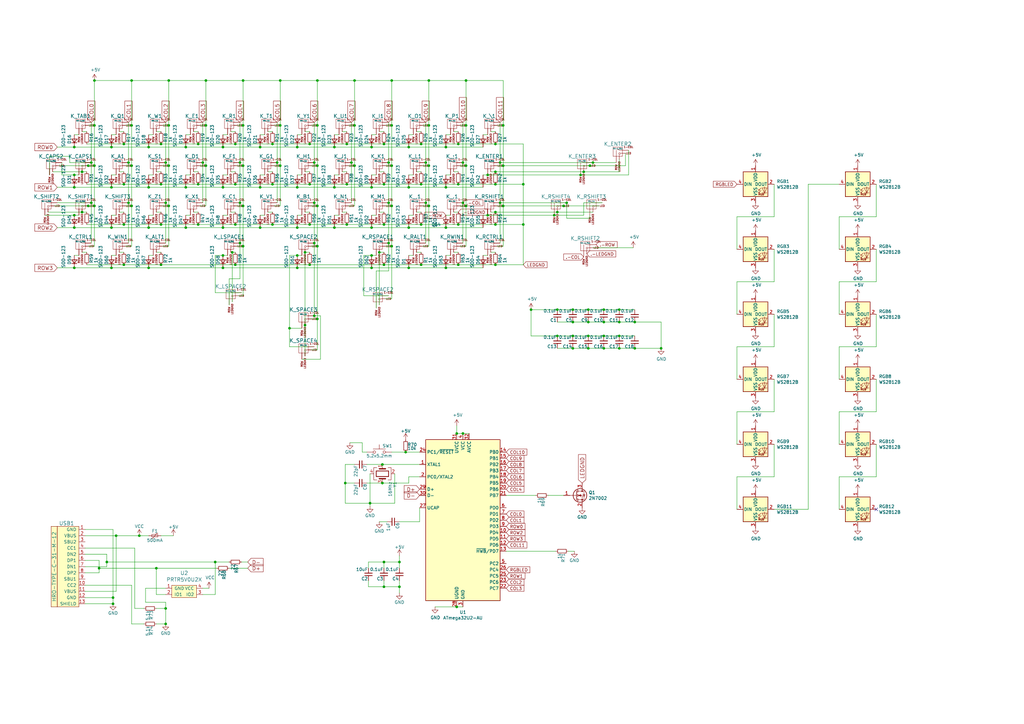
<source format=kicad_sch>
(kicad_sch (version 20230121) (generator eeschema)
  (paper "A3")
  (junction (at 33.655 86.995))
  (junction (at 91.44 109.855))
  (junction (at 130.175 67.945))
  (junction (at 50.8 75.565))
  (junction (at 30.48 109.855))
  (junction (at 111.76 75.565))
  (junction (at 88.265 230.505))
  (junction (at 43.815 230.505))
  (junction (at 52.705 66.675))
  (junction (at 247.65 142.875))
  (junction (at 40.64 233.045))
  (junction (at 232.41 83.185))
  (junction (at 91.44 60.325))
  (junction (at 152.4 93.345))
  (junction (at 67.945 255.905))
  (junction (at 36.195 84.455))
  (junction (at 206.375 51.435))
  (junction (at 60.96 60.325))
  (junction (at 91.44 76.835))
  (junction (at 191.135 51.435))
  (junction (at 234.95 137.795))
  (junction (at 53.975 67.945))
  (junction (at 45.72 76.835))
  (junction (at 142.24 92.075))
  (junction (at 152.4 60.325))
  (junction (at 130.175 100.965))
  (junction (at 189.865 83.185))
  (junction (at 241.3 142.875))
  (junction (at 114.935 67.945))
  (junction (at 157.48 75.565))
  (junction (at 145.415 33.02))
  (junction (at 182.88 60.325))
  (junction (at 152.4 104.775))
  (junction (at 121.92 60.325))
  (junction (at 160.655 51.435))
  (junction (at 38.735 84.455))
  (junction (at 130.175 130.81))
  (junction (at 247.65 137.795))
  (junction (at 38.735 33.02))
  (junction (at 125.095 103.505))
  (junction (at 141.605 198.12))
  (junction (at 160.655 67.945))
  (junction (at 203.2 59.055))
  (junction (at 98.425 83.185))
  (junction (at 66.04 108.585))
  (junction (at 187.96 108.585))
  (junction (at 111.76 92.075))
  (junction (at 144.145 66.675))
  (junction (at 60.96 76.835))
  (junction (at 137.16 60.325))
  (junction (at 69.215 51.435))
  (junction (at 166.37 185.42))
  (junction (at 106.68 60.325))
  (junction (at 37.465 66.675))
  (junction (at 99.695 100.965))
  (junction (at 157.48 59.055))
  (junction (at 241.935 67.945))
  (junction (at 254 137.795))
  (junction (at 33.655 70.485))
  (junction (at 241.3 127))
  (junction (at 243.205 66.675))
  (junction (at 50.8 108.585))
  (junction (at 53.975 33.02))
  (junction (at 156.845 190.5))
  (junction (at 160.655 84.455))
  (junction (at 76.2 76.835))
  (junction (at 239.395 70.485))
  (junction (at 130.175 84.455))
  (junction (at 157.48 92.075))
  (junction (at 163.83 230.505))
  (junction (at 254 142.875))
  (junction (at 84.455 33.02))
  (junction (at 30.48 88.265))
  (junction (at 128.905 99.695))
  (junction (at 84.455 67.945))
  (junction (at 228.6 137.795))
  (junction (at 76.2 60.325))
  (junction (at 241.3 137.795))
  (junction (at 145.415 67.945))
  (junction (at 191.135 84.455))
  (junction (at 260.35 132.08))
  (junction (at 157.48 230.505))
  (junction (at 53.975 84.455))
  (junction (at 38.735 51.435))
  (junction (at 203.2 108.585))
  (junction (at 159.385 99.695))
  (junction (at 152.4 76.835))
  (junction (at 228.6 86.995))
  (junction (at 187.96 75.565))
  (junction (at 91.44 104.775))
  (junction (at 83.185 66.675))
  (junction (at 30.48 76.835))
  (junction (at 96.52 75.565))
  (junction (at 182.88 109.855))
  (junction (at 106.68 76.835))
  (junction (at 127 75.565))
  (junction (at 96.52 92.075))
  (junction (at 137.16 93.345))
  (junction (at 57.15 219.71))
  (junction (at 47.625 219.71))
  (junction (at 200.025 88.265))
  (junction (at 46.355 247.65))
  (junction (at 206.375 67.945))
  (junction (at 76.2 93.345))
  (junction (at 271.145 142.875))
  (junction (at 182.88 76.835))
  (junction (at 127 92.075))
  (junction (at 69.215 84.455))
  (junction (at 36.195 67.945))
  (junction (at 96.52 59.055))
  (junction (at 137.16 76.835))
  (junction (at 182.88 93.345))
  (junction (at 260.35 142.875))
  (junction (at 30.48 60.325))
  (junction (at 60.96 109.855))
  (junction (at 247.65 127))
  (junction (at 191.135 33.02))
  (junction (at 174.625 83.185))
  (junction (at 127 59.055))
  (junction (at 50.8 59.055))
  (junction (at 95.25 103.505))
  (junction (at 99.695 67.945))
  (junction (at 155.575 103.505))
  (junction (at 167.64 109.855))
  (junction (at 130.175 33.02))
  (junction (at 172.72 59.055))
  (junction (at 64.135 233.045))
  (junction (at 67.945 249.555))
  (junction (at 81.28 75.565))
  (junction (at 214.63 75.565))
  (junction (at 118.745 134.62))
  (junction (at 200.025 71.755))
  (junction (at 217.805 127))
  (junction (at 45.72 60.325))
  (junction (at 191.135 67.945))
  (junction (at 203.2 92.075))
  (junction (at 96.52 108.585))
  (junction (at 172.72 108.585))
  (junction (at 66.04 59.055))
  (junction (at 121.92 93.345))
  (junction (at 52.705 83.185))
  (junction (at 175.895 33.02))
  (junction (at 254 127))
  (junction (at 128.905 129.54))
  (junction (at 238.125 71.755))
  (junction (at 160.655 33.02))
  (junction (at 66.04 92.075))
  (junction (at 60.96 93.345))
  (junction (at 98.425 99.695))
  (junction (at 156.845 198.12))
  (junction (at 203.2 86.995))
  (junction (at 121.92 109.855))
  (junction (at 38.735 67.945))
  (junction (at 106.68 93.345))
  (junction (at 234.95 132.08))
  (junction (at 175.895 84.455))
  (junction (at 45.72 109.855))
  (junction (at 114.935 33.02))
  (junction (at 151.765 206.375))
  (junction (at 111.76 59.055))
  (junction (at 157.48 240.665))
  (junction (at 187.325 248.92))
  (junction (at 69.215 33.02))
  (junction (at 247.65 132.08))
  (junction (at 206.375 84.455))
  (junction (at 187.96 92.075))
  (junction (at 98.425 66.675))
  (junction (at 187.96 59.055))
  (junction (at 234.95 127))
  (junction (at 45.72 93.345))
  (junction (at 114.935 51.435))
  (junction (at 205.105 66.675))
  (junction (at 30.48 71.755))
  (junction (at 99.695 33.02))
  (junction (at 187.325 177.8))
  (junction (at 234.95 142.875))
  (junction (at 159.385 83.185))
  (junction (at 167.64 60.325))
  (junction (at 142.24 59.055))
  (junction (at 113.665 66.675))
  (junction (at 174.625 66.675))
  (junction (at 37.465 83.185))
  (junction (at 203.2 70.485))
  (junction (at 53.975 51.435))
  (junction (at 130.175 51.435))
  (junction (at 81.28 92.075))
  (junction (at 159.385 66.675))
  (junction (at 175.895 51.435))
  (junction (at 66.04 75.565))
  (junction (at 167.64 93.345))
  (junction (at 227.33 88.265))
  (junction (at 46.355 245.11))
  (junction (at 142.24 75.565))
  (junction (at 228.6 127))
  (junction (at 145.415 51.435))
  (junction (at 127 108.585))
  (junction (at 163.83 240.665))
  (junction (at 67.945 83.185))
  (junction (at 121.92 76.835))
  (junction (at 189.865 177.8))
  (junction (at 81.28 59.055))
  (junction (at 121.92 104.775))
  (junction (at 167.64 76.835))
  (junction (at 91.44 93.345))
  (junction (at 231.14 84.455))
  (junction (at 175.895 67.945))
  (junction (at 160.655 100.965))
  (junction (at 214.63 92.075))
  (junction (at 241.3 132.08))
  (junction (at 189.865 66.675))
  (junction (at 128.905 66.675))
  (junction (at 69.215 67.945))
  (junction (at 50.8 92.075))
  (junction (at 172.72 75.565))
  (junction (at 203.2 75.565))
  (junction (at 99.695 84.455))
  (junction (at 125.095 133.35))
  (junction (at 254 132.08))
  (junction (at 67.945 66.675))
  (junction (at 205.105 83.185))
  (junction (at 84.455 51.435))
  (junction (at 99.695 51.435))
  (junction (at 30.48 93.345))
  (junction (at 152.4 109.855))
  (junction (at 128.905 83.185))
  (junction (at 157.48 108.585))
  (junction (at 172.72 92.075))
  (no_connect (at 359.41 208.915))
  (wire (pts (xy 130.175 51.435) (xy 130.175 67.945)))
  (wire (pts (xy 142.24 92.075) (xy 157.48 92.075)))
  (wire (pts (xy 152.4 88.265) (xy 154.305 88.265)))
  (wire (pts (xy 203.2 86.995) (xy 201.295 86.995)))
  (wire (pts (xy 53.975 33.02) (xy 69.215 33.02)))
  (wire (pts (xy 151.13 230.505) (xy 157.48 230.505)))
  (wire (pts (xy 154.305 111.125) (xy 159.385 111.125)))
  (wire (pts (xy 59.69 241.3) (xy 67.945 241.3)))
  (wire (pts (xy 172.72 70.485) (xy 170.815 70.485)))
  (wire (pts (xy 234.95 132.08) (xy 241.3 132.08)))
  (wire (pts (xy 232.41 83.185) (xy 205.105 83.185)))
  (wire (pts (xy 152.4 76.835) (xy 167.64 76.835)))
  (wire (pts (xy 45.72 109.855) (xy 60.96 109.855)))
  (wire (pts (xy 50.8 75.565) (xy 66.04 75.565)))
  (wire (pts (xy 167.64 55.245) (xy 169.545 55.245)))
  (wire (pts (xy 127 103.505) (xy 125.095 103.505)))
  (wire (pts (xy 91.44 104.775) (xy 93.345 104.775)))
  (wire (pts (xy 53.975 255.905) (xy 59.055 255.905)))
  (wire (pts (xy 243.205 86.995) (xy 228.6 86.995)))
  (wire (pts (xy 145.415 67.945) (xy 142.875 67.945)))
  (wire (pts (xy 66.04 75.565) (xy 81.28 75.565)))
  (wire (pts (xy 317.5 155.575) (xy 317.5 168.91)))
  (wire (pts (xy 137.16 60.325) (xy 152.4 60.325)))
  (wire (pts (xy 55.245 249.555) (xy 59.055 249.555)))
  (wire (pts (xy 189.865 83.185) (xy 189.865 99.695)))
  (wire (pts (xy 66.04 70.485) (xy 64.135 70.485)))
  (wire (pts (xy 344.17 168.91) (xy 359.41 168.91)))
  (wire (pts (xy 317.5 182.245) (xy 317.5 195.58)))
  (wire (pts (xy 163.83 230.505) (xy 163.83 233.045)))
  (wire (pts (xy 235.585 226.06) (xy 233.045 226.06)))
  (wire (pts (xy 175.895 67.945) (xy 175.895 84.455)))
  (wire (pts (xy 167.64 198.12) (xy 156.845 198.12)))
  (wire (pts (xy 144.145 66.675) (xy 144.145 83.185)))
  (wire (pts (xy 53.975 67.945) (xy 53.975 84.455)))
  (wire (pts (xy 172.72 92.075) (xy 187.96 92.075)))
  (wire (pts (xy 241.935 67.945) (xy 256.54 67.945)))
  (wire (pts (xy 157.48 230.505) (xy 157.48 233.045)))
  (wire (pts (xy 43.815 232.41) (xy 43.815 230.505)))
  (wire (pts (xy 302.26 168.91) (xy 317.5 168.91)))
  (wire (pts (xy 127 70.485) (xy 125.095 70.485)))
  (wire (pts (xy 97.79 121.285) (xy 99.695 121.285)))
  (wire (pts (xy 163.83 238.125) (xy 163.83 240.665)))
  (wire (pts (xy 160.655 67.945) (xy 160.655 84.455)))
  (wire (pts (xy 241.935 89.535) (xy 232.41 89.535)))
  (wire (pts (xy 191.135 67.945) (xy 191.135 84.455)))
  (wire (pts (xy 45.72 71.755) (xy 47.625 71.755)))
  (wire (pts (xy 46.355 217.17) (xy 46.355 245.11)))
  (wire (pts (xy 239.395 83.185) (xy 247.015 83.185)))
  (wire (pts (xy 154.305 126.365) (xy 154.305 111.125)))
  (wire (pts (xy 155.575 125.095) (xy 155.575 103.505)))
  (wire (pts (xy 247.65 132.08) (xy 254 132.08)))
  (wire (pts (xy 219.71 203.2) (xy 207.645 203.2)))
  (wire (pts (xy 69.215 67.945) (xy 66.675 67.945)))
  (wire (pts (xy 187.325 248.92) (xy 189.865 248.92)))
  (wire (pts (xy 47.625 219.71) (xy 57.15 219.71)))
  (wire (pts (xy 317.5 88.9) (xy 302.26 88.9)))
  (wire (pts (xy 206.375 67.945) (xy 206.375 84.455)))
  (wire (pts (xy 64.135 233.045) (xy 88.9 233.045)))
  (wire (pts (xy 88.265 104.775) (xy 88.265 120.015)))
  (wire (pts (xy 160.655 100.965) (xy 160.655 122.555)))
  (wire (pts (xy 37.465 83.185) (xy 23.495 83.185)))
  (wire (pts (xy 359.41 155.575) (xy 359.41 168.91)))
  (wire (pts (xy 67.945 83.185) (xy 67.945 99.695)))
  (wire (pts (xy 302.26 168.91) (xy 302.26 182.245)))
  (wire (pts (xy 93.98 233.045) (xy 101.6 233.045)))
  (wire (pts (xy 113.665 66.675) (xy 113.665 83.185)))
  (wire (pts (xy 37.465 83.185) (xy 37.465 99.695)))
  (wire (pts (xy 241.3 142.875) (xy 234.95 142.875)))
  (wire (pts (xy 60.96 60.325) (xy 76.2 60.325)))
  (wire (pts (xy 22.225 84.455) (xy 36.195 84.455)))
  (wire (pts (xy 175.895 84.455) (xy 173.355 84.455)))
  (wire (pts (xy 121.92 104.775) (xy 123.825 104.775)))
  (wire (pts (xy 187.96 53.975) (xy 186.055 53.975)))
  (wire (pts (xy 114.935 51.435) (xy 114.935 67.945)))
  (wire (pts (xy 191.135 33.02) (xy 191.135 51.435)))
  (wire (pts (xy 25.4 66.675) (xy 25.4 71.755)))
  (wire (pts (xy 69.215 67.945) (xy 69.215 84.455)))
  (wire (pts (xy 40.64 229.87) (xy 40.64 233.045)))
  (wire (pts (xy 167.64 195.58) (xy 172.085 195.58)))
  (wire (pts (xy 81.28 75.565) (xy 96.52 75.565)))
  (wire (pts (xy 69.215 33.02) (xy 84.455 33.02)))
  (wire (pts (xy 52.705 66.675) (xy 52.705 83.185)))
  (wire (pts (xy 175.895 100.965) (xy 173.355 100.965)))
  (wire (pts (xy 302.26 195.58) (xy 317.5 195.58)))
  (wire (pts (xy 241.3 127) (xy 234.95 127)))
  (wire (pts (xy 241.3 132.08) (xy 247.65 132.08)))
  (wire (pts (xy 172.72 59.055) (xy 187.96 59.055)))
  (wire (pts (xy 359.41 75.565) (xy 359.41 88.9)))
  (wire (pts (xy 130.175 130.81) (xy 130.175 143.51)))
  (wire (pts (xy 191.135 84.455) (xy 188.595 84.455)))
  (wire (pts (xy 130.175 84.455) (xy 130.175 100.965)))
  (wire (pts (xy 232.41 89.535) (xy 232.41 83.185)))
  (wire (pts (xy 187.96 75.565) (xy 203.2 75.565)))
  (wire (pts (xy 38.735 100.965) (xy 36.195 100.965)))
  (wire (pts (xy 227.965 226.06) (xy 207.645 226.06)))
  (wire (pts (xy 187.96 59.055) (xy 203.2 59.055)))
  (wire (pts (xy 113.665 50.165) (xy 113.665 66.675)))
  (wire (pts (xy 33.655 70.485) (xy 35.56 70.485)))
  (wire (pts (xy 53.975 240.03) (xy 53.975 255.905)))
  (wire (pts (xy 57.15 219.71) (xy 60.96 219.71)))
  (wire (pts (xy 344.17 142.24) (xy 344.17 155.575)))
  (wire (pts (xy 37.465 66.675) (xy 28.575 66.675)))
  (wire (pts (xy 83.185 50.165) (xy 83.185 66.675)))
  (wire (pts (xy 198.12 88.265) (xy 200.025 88.265)))
  (wire (pts (xy 344.17 168.91) (xy 344.17 182.245)))
  (wire (pts (xy 163.83 213.995) (xy 172.085 213.995)))
  (wire (pts (xy 160.655 51.435) (xy 160.655 67.945)))
  (wire (pts (xy 130.175 67.945) (xy 127.635 67.945)))
  (wire (pts (xy 46.355 245.11) (xy 46.355 247.65)))
  (wire (pts (xy 106.68 76.835) (xy 121.92 76.835)))
  (wire (pts (xy 53.975 84.455) (xy 53.975 100.965)))
  (wire (pts (xy 175.895 84.455) (xy 175.895 100.965)))
  (wire (pts (xy 182.88 104.775) (xy 184.785 104.775)))
  (wire (pts (xy 302.26 195.58) (xy 302.26 208.915)))
  (wire (pts (xy 121.92 76.835) (xy 137.16 76.835)))
  (wire (pts (xy 46.355 217.17) (xy 34.925 217.17)))
  (wire (pts (xy 359.41 88.9) (xy 344.17 88.9)))
  (wire (pts (xy 34.925 229.87) (xy 40.64 229.87)))
  (wire (pts (xy 157.48 108.585) (xy 172.72 108.585)))
  (wire (pts (xy 182.88 88.265) (xy 184.785 88.265)))
  (wire (pts (xy 159.385 111.125) (xy 159.385 99.695)))
  (wire (pts (xy 50.8 103.505) (xy 48.895 103.505)))
  (wire (pts (xy 166.37 185.42) (xy 172.085 185.42)))
  (wire (pts (xy 99.695 84.455) (xy 97.155 84.455)))
  (wire (pts (xy 83.185 66.675) (xy 83.185 83.185)))
  (wire (pts (xy 114.935 67.945) (xy 112.395 67.945)))
  (wire (pts (xy 214.63 75.565) (xy 214.63 92.075)))
  (wire (pts (xy 239.395 88.265) (xy 239.395 83.185)))
  (wire (pts (xy 130.175 143.51) (xy 127.635 143.51)))
  (wire (pts (xy 69.215 100.965) (xy 66.675 100.965)))
  (wire (pts (xy 131.445 129.54) (xy 131.445 147.32)))
  (wire (pts (xy 23.495 76.835) (xy 30.48 76.835)))
  (wire (pts (xy 227.33 88.265) (xy 239.395 88.265)))
  (wire (pts (xy 156.845 198.12) (xy 150.495 198.12)))
  (wire (pts (xy 163.83 240.665) (xy 163.83 243.205)))
  (wire (pts (xy 331.47 75.565) (xy 331.47 208.915)))
  (wire (pts (xy 95.25 103.505) (xy 94.615 103.505)))
  (wire (pts (xy 45.72 60.325) (xy 60.96 60.325)))
  (wire (pts (xy 53.975 67.945) (xy 51.435 67.945)))
  (wire (pts (xy 128.905 83.185) (xy 128.905 99.695)))
  (wire (pts (xy 157.48 92.075) (xy 172.72 92.075)))
  (wire (pts (xy 189.865 177.8) (xy 192.405 177.8)))
  (wire (pts (xy 259.715 101.6) (xy 243.205 101.6)))
  (wire (pts (xy 121.92 109.855) (xy 152.4 109.855)))
  (wire (pts (xy 30.48 76.835) (xy 45.72 76.835)))
  (wire (pts (xy 142.24 86.995) (xy 140.335 86.995)))
  (wire (pts (xy 206.375 84.455) (xy 203.835 84.455)))
  (wire (pts (xy 160.655 84.455) (xy 158.115 84.455)))
  (wire (pts (xy 203.2 108.585) (xy 187.96 108.585)))
  (wire (pts (xy 191.135 33.02) (xy 206.375 33.02)))
  (wire (pts (xy 50.8 70.485) (xy 48.895 70.485)))
  (wire (pts (xy 191.135 51.435) (xy 188.595 51.435)))
  (wire (pts (xy 118.745 104.775) (xy 118.745 134.62)))
  (wire (pts (xy 151.13 240.665) (xy 151.13 238.125)))
  (wire (pts (xy 189.865 66.675) (xy 189.865 83.185)))
  (wire (pts (xy 254 132.08) (xy 260.35 132.08)))
  (wire (pts (xy 160.655 67.945) (xy 158.115 67.945)))
  (wire (pts (xy 159.385 66.675) (xy 159.385 83.185)))
  (wire (pts (xy 84.455 33.02) (xy 99.695 33.02)))
  (wire (pts (xy 93.98 114.3) (xy 93.98 125.095)))
  (wire (pts (xy 130.175 33.02) (xy 145.415 33.02)))
  (wire (pts (xy 128.905 99.695) (xy 128.905 129.54)))
  (wire (pts (xy 200.025 71.755) (xy 238.125 71.755)))
  (wire (pts (xy 157.48 53.975) (xy 155.575 53.975)))
  (wire (pts (xy 206.375 67.945) (xy 241.935 67.945)))
  (wire (pts (xy 187.96 92.075) (xy 203.2 92.075)))
  (wire (pts (xy 60.96 55.245) (xy 62.865 55.245)))
  (wire (pts (xy 40.64 233.045) (xy 40.64 234.95)))
  (wire (pts (xy 228.6 86.995) (xy 203.2 86.995)))
  (wire (pts (xy 66.04 86.995) (xy 64.135 86.995)))
  (wire (pts (xy 118.745 142.24) (xy 118.745 134.62)))
  (wire (pts (xy 38.735 84.455) (xy 38.735 100.965)))
  (wire (pts (xy 81.28 59.055) (xy 96.52 59.055)))
  (wire (pts (xy 167.64 71.755) (xy 169.545 71.755)))
  (wire (pts (xy 206.375 100.965) (xy 203.835 100.965)))
  (wire (pts (xy 214.63 92.075) (xy 203.2 92.075)))
  (wire (pts (xy 35.56 59.055) (xy 50.8 59.055)))
  (wire (pts (xy 167.64 109.855) (xy 182.88 109.855)))
  (wire (pts (xy 67.945 66.675) (xy 67.945 83.185)))
  (wire (pts (xy 331.47 208.915) (xy 317.5 208.915)))
  (wire (pts (xy 157.48 103.505) (xy 155.575 103.505)))
  (wire (pts (xy 96.52 108.585) (xy 127 108.585)))
  (wire (pts (xy 217.805 137.795) (xy 228.6 137.795)))
  (wire (pts (xy 247.65 137.795) (xy 254 137.795)))
  (wire (pts (xy 161.925 206.375) (xy 161.925 194.31)))
  (wire (pts (xy 38.735 84.455) (xy 36.195 84.455)))
  (wire (pts (xy 224.79 203.2) (xy 231.14 203.2)))
  (wire (pts (xy 182.88 76.835) (xy 198.12 76.835)))
  (wire (pts (xy 159.385 121.285) (xy 149.225 121.285)))
  (wire (pts (xy 18.415 88.265) (xy 30.48 88.265)))
  (wire (pts (xy 91.44 71.755) (xy 93.345 71.755)))
  (wire (pts (xy 127.635 100.965) (xy 130.175 100.965)))
  (wire (pts (xy 66.04 59.055) (xy 81.28 59.055)))
  (wire (pts (xy 127 59.055) (xy 142.24 59.055)))
  (wire (pts (xy 142.24 75.565) (xy 157.48 75.565)))
  (wire (pts (xy 64.135 249.555) (xy 67.945 249.555)))
  (wire (pts (xy 206.375 51.435) (xy 206.375 67.945)))
  (wire (pts (xy 145.415 67.945) (xy 145.415 84.455)))
  (wire (pts (xy 96.52 92.075) (xy 111.76 92.075)))
  (wire (pts (xy 38.735 51.435) (xy 38.735 33.02)))
  (wire (pts (xy 359.41 142.24) (xy 344.17 142.24)))
  (wire (pts (xy 317.5 102.235) (xy 317.5 115.57)))
  (wire (pts (xy 317.5 115.57) (xy 302.26 115.57)))
  (wire (pts (xy 35.56 103.505) (xy 33.655 103.505)))
  (wire (pts (xy 172.72 103.505) (xy 170.815 103.505)))
  (wire (pts (xy 35.56 53.975) (xy 33.655 53.975)))
  (wire (pts (xy 76.2 71.755) (xy 78.105 71.755)))
  (wire (pts (xy 34.925 224.79) (xy 55.245 224.79)))
  (wire (pts (xy 127 86.995) (xy 125.095 86.995)))
  (wire (pts (xy 53.975 51.435) (xy 53.975 67.945)))
  (wire (pts (xy 148.59 181.61) (xy 148.59 185.42)))
  (wire (pts (xy 35.56 75.565) (xy 50.8 75.565)))
  (wire (pts (xy 167.64 195.58) (xy 167.64 198.12)))
  (wire (pts (xy 144.145 50.165) (xy 144.145 66.675)))
  (wire (pts (xy 99.695 67.945) (xy 99.695 84.455)))
  (wire (pts (xy 38.735 67.945) (xy 38.735 84.455)))
  (wire (pts (xy 359.41 128.905) (xy 359.41 142.24)))
  (wire (pts (xy 111.76 59.055) (xy 127 59.055)))
  (wire (pts (xy 241.3 137.795) (xy 247.65 137.795)))
  (wire (pts (xy 200.025 88.265) (xy 227.33 88.265)))
  (wire (pts (xy 66.04 108.585) (xy 96.52 108.585)))
  (wire (pts (xy 317.5 128.905) (xy 317.5 142.24)))
  (wire (pts (xy 76.2 60.325) (xy 91.44 60.325)))
  (wire (pts (xy 50.8 59.055) (xy 66.04 59.055)))
  (wire (pts (xy 152.4 93.345) (xy 167.64 93.345)))
  (wire (pts (xy 160.655 51.435) (xy 158.115 51.435)))
  (wire (pts (xy 81.28 70.485) (xy 79.375 70.485)))
  (wire (pts (xy 157.48 240.665) (xy 163.83 240.665)))
  (wire (pts (xy 76.2 55.245) (xy 78.105 55.245)))
  (wire (pts (xy 159.385 99.695) (xy 159.385 83.185)))
  (wire (pts (xy 34.925 219.71) (xy 47.625 219.71)))
  (wire (pts (xy 174.625 66.675) (xy 174.625 83.185)))
  (wire (pts (xy 81.28 92.075) (xy 96.52 92.075)))
  (wire (pts (xy 127 108.585) (xy 157.48 108.585)))
  (wire (pts (xy 141.605 198.12) (xy 145.415 198.12)))
  (wire (pts (xy 45.72 55.245) (xy 47.625 55.245)))
  (wire (pts (xy 149.225 121.285) (xy 149.225 104.775)))
  (wire (pts (xy 145.415 33.02) (xy 160.655 33.02)))
  (wire (pts (xy 60.96 93.345) (xy 76.2 93.345)))
  (wire (pts (xy 69.215 33.02) (xy 69.215 51.435)))
  (wire (pts (xy 111.76 53.975) (xy 109.855 53.975)))
  (wire (pts (xy 59.69 247.015) (xy 59.69 241.3)))
  (wire (pts (xy 271.145 142.875) (xy 260.35 142.875)))
  (wire (pts (xy 114.935 84.455) (xy 112.395 84.455)))
  (wire (pts (xy 182.88 109.855) (xy 198.12 109.855)))
  (wire (pts (xy 148.59 185.42) (xy 150.495 185.42)))
  (wire (pts (xy 137.16 88.265) (xy 139.065 88.265)))
  (wire (pts (xy 254 65.405) (xy 254 70.485)))
  (wire (pts (xy 50.8 92.075) (xy 66.04 92.075)))
  (wire (pts (xy 182.88 55.245) (xy 184.785 55.245)))
  (wire (pts (xy 238.125 71.755) (xy 257.81 71.755)))
  (wire (pts (xy 203.2 75.565) (xy 214.63 75.565)))
  (wire (pts (xy 130.175 100.965) (xy 130.175 130.81)))
  (wire (pts (xy 152.4 109.855) (xy 167.64 109.855)))
  (wire (pts (xy 182.88 71.755) (xy 184.785 71.755)))
  (wire (pts (xy 187.96 70.485) (xy 186.055 70.485)))
  (wire (pts (xy 30.48 55.245) (xy 32.385 55.245)))
  (wire (pts (xy 35.56 86.995) (xy 33.655 86.995)))
  (wire (pts (xy 191.135 84.455) (xy 191.135 100.965)))
  (wire (pts (xy 167.64 104.775) (xy 169.545 104.775)))
  (wire (pts (xy 359.41 182.245) (xy 359.41 195.58)))
  (wire (pts (xy 198.12 71.755) (xy 200.025 71.755)))
  (wire (pts (xy 69.215 84.455) (xy 69.215 100.965)))
  (wire (pts (xy 52.705 83.185) (xy 52.705 99.695)))
  (wire (pts (xy 228.6 127) (xy 217.805 127)))
  (wire (pts (xy 114.935 33.02) (xy 114.935 51.435)))
  (wire (pts (xy 175.895 51.435) (xy 173.355 51.435)))
  (wire (pts (xy 175.895 33.02) (xy 191.135 33.02)))
  (wire (pts (xy 28.575 64.135) (xy 20.32 64.135)))
  (wire (pts (xy 317.5 142.24) (xy 302.26 142.24)))
  (wire (pts (xy 98.425 99.695) (xy 98.425 114.3)))
  (wire (pts (xy 127 92.075) (xy 142.24 92.075)))
  (wire (pts (xy 317.5 75.565) (xy 317.5 88.9)))
  (wire (pts (xy 137.16 93.345) (xy 152.4 93.345)))
  (wire (pts (xy 45.72 88.265) (xy 47.625 88.265)))
  (wire (pts (xy 189.865 50.165) (xy 189.865 66.675)))
  (wire (pts (xy 91.44 93.345) (xy 106.68 93.345)))
  (wire (pts (xy 174.625 83.185) (xy 174.625 99.695)))
  (wire (pts (xy 99.695 67.945) (xy 97.155 67.945)))
  (wire (pts (xy 88.265 243.84) (xy 88.265 230.505)))
  (wire (pts (xy 160.655 33.02) (xy 160.655 51.435)))
  (wire (pts (xy 130.175 51.435) (xy 127.635 51.435)))
  (wire (pts (xy 256.54 67.945) (xy 256.54 62.865)))
  (wire (pts (xy 206.375 84.455) (xy 231.14 84.455)))
  (wire (pts (xy 30.48 71.755) (xy 32.385 71.755)))
  (wire (pts (xy 53.975 51.435) (xy 51.435 51.435)))
  (wire (pts (xy 64.135 243.84) (xy 64.135 233.045)))
  (wire (pts (xy 21.59 70.485) (xy 33.655 70.485)))
  (wire (pts (xy 160.655 84.455) (xy 160.655 100.965)))
  (wire (pts (xy 187.325 177.8) (xy 189.865 177.8)))
  (wire (pts (xy 67.945 243.84) (xy 64.135 243.84)))
  (wire (pts (xy 81.28 53.975) (xy 79.375 53.975)))
  (wire (pts (xy 28.575 66.675) (xy 28.575 64.135)))
  (wire (pts (xy 106.68 71.755) (xy 108.585 71.755)))
  (wire (pts (xy 66.04 108.585) (xy 50.8 108.585)))
  (wire (pts (xy 141.605 206.375) (xy 151.765 206.375)))
  (wire (pts (xy 175.895 51.435) (xy 175.895 67.945)))
  (wire (pts (xy 151.765 206.375) (xy 161.925 206.375)))
  (wire (pts (xy 214.63 108.585) (xy 214.63 92.075)))
  (wire (pts (xy 167.64 60.325) (xy 182.88 60.325)))
  (wire (pts (xy 344.17 195.58) (xy 359.41 195.58)))
  (wire (pts (xy 254 127) (xy 247.65 127)))
  (wire (pts (xy 203.2 70.485) (xy 239.395 70.485)))
  (wire (pts (xy 214.63 59.055) (xy 203.2 59.055)))
  (wire (pts (xy 137.16 55.245) (xy 139.065 55.245)))
  (wire (pts (xy 99.695 33.02) (xy 99.695 51.435)))
  (wire (pts (xy 174.625 50.165) (xy 174.625 66.675)))
  (wire (pts (xy 67.945 249.555) (xy 67.945 247.015)))
  (wire (pts (xy 34.925 232.41) (xy 43.815 232.41)))
  (wire (pts (xy 114.935 33.02) (xy 130.175 33.02)))
  (wire (pts (xy 151.765 206.375) (xy 151.765 207.645)))
  (wire (pts (xy 67.945 247.015) (xy 59.69 247.015)))
  (wire (pts (xy 198.12 55.245) (xy 200.025 55.245)))
  (wire (pts (xy 247.65 127) (xy 241.3 127)))
  (wire (pts (xy 228.6 137.795) (xy 234.95 137.795)))
  (wire (pts (xy 24.13 67.945) (xy 36.195 67.945)))
  (wire (pts (xy 53.975 84.455) (xy 51.435 84.455)))
  (wire (pts (xy 160.655 33.02) (xy 175.895 33.02)))
  (wire (pts (xy 30.48 109.855) (xy 45.72 109.855)))
  (wire (pts (xy 142.24 53.975) (xy 140.335 53.975)))
  (wire (pts (xy 76.2 88.265) (xy 78.105 88.265)))
  (wire (pts (xy 128.905 129.54) (xy 131.445 129.54)))
  (wire (pts (xy 118.745 134.62) (xy 123.825 134.62)))
  (wire (pts (xy 344.17 195.58) (xy 344.17 208.915)))
  (wire (pts (xy 35.56 92.075) (xy 50.8 92.075)))
  (wire (pts (xy 91.44 88.265) (xy 93.345 88.265)))
  (wire (pts (xy 157.48 230.505) (xy 163.83 230.505)))
  (wire (pts (xy 152.4 60.325) (xy 167.64 60.325)))
  (wire (pts (xy 114.935 67.945) (xy 114.935 84.455)))
  (wire (pts (xy 157.48 59.055) (xy 172.72 59.055)))
  (wire (pts (xy 96.52 53.975) (xy 94.615 53.975)))
  (wire (pts (xy 96.52 86.995) (xy 94.615 86.995)))
  (wire (pts (xy 191.135 67.945) (xy 188.595 67.945)))
  (wire (pts (xy 172.72 86.995) (xy 170.815 86.995)))
  (wire (pts (xy 125.095 146.05) (xy 125.095 133.35)))
  (wire (pts (xy 145.415 84.455) (xy 142.875 84.455)))
  (wire (pts (xy 43.815 230.505) (xy 88.265 230.505)))
  (wire (pts (xy 55.245 224.79) (xy 55.245 249.555)))
  (wire (pts (xy 40.64 234.95) (xy 34.925 234.95)))
  (wire (pts (xy 143.51 181.61) (xy 148.59 181.61)))
  (wire (pts (xy 91.44 60.325) (xy 106.68 60.325)))
  (wire (pts (xy 83.185 243.84) (xy 88.265 243.84)))
  (wire (pts (xy 106.68 88.265) (xy 108.585 88.265)))
  (wire (pts (xy 254 142.875) (xy 247.65 142.875)))
  (wire (pts (xy 302.26 142.24) (xy 302.26 155.575)))
  (wire (pts (xy 67.945 255.905) (xy 64.135 255.905)))
  (wire (pts (xy 302.26 88.9) (xy 302.26 102.235)))
  (wire (pts (xy 151.13 240.665) (xy 157.48 240.665)))
  (wire (pts (xy 156.845 190.5) (xy 172.085 190.5)))
  (wire (pts (xy 257.81 71.755) (xy 257.81 61.595)))
  (wire (pts (xy 60.96 71.755) (xy 62.865 71.755)))
  (wire (pts (xy 96.52 103.505) (xy 95.25 103.505)))
  (wire (pts (xy 69.215 51.435) (xy 66.675 51.435)))
  (wire (pts (xy 60.96 88.265) (xy 62.865 88.265)))
  (wire (pts (xy 344.17 75.565) (xy 331.47 75.565)))
  (wire (pts (xy 141.605 190.5) (xy 141.605 198.12)))
  (wire (pts (xy 37.465 50.165) (xy 37.465 66.675)))
  (wire (pts (xy 46.355 247.65) (xy 34.925 247.65)))
  (wire (pts (xy 66.04 53.975) (xy 64.135 53.975)))
  (wire (pts (xy 137.16 71.755) (xy 139.065 71.755)))
  (wire (pts (xy 157.48 75.565) (xy 172.72 75.565)))
  (wire (pts (xy 52.705 50.165) (xy 52.705 66.675)))
  (wire (pts (xy 128.905 50.165) (xy 128.905 66.675)))
  (wire (pts (xy 247.65 142.875) (xy 241.3 142.875)))
  (wire (pts (xy 234.95 142.875) (xy 228.6 142.875)))
  (wire (pts (xy 142.24 59.055) (xy 157.48 59.055)))
  (wire (pts (xy 131.445 147.32) (xy 123.825 147.32)))
  (wire (pts (xy 142.24 70.485) (xy 140.335 70.485)))
  (wire (pts (xy 69.215 51.435) (xy 69.215 67.945)))
  (wire (pts (xy 159.385 50.165) (xy 159.385 66.675)))
  (wire (pts (xy 167.64 93.345) (xy 182.88 93.345)))
  (wire (pts (xy 111.76 70.485) (xy 109.855 70.485)))
  (wire (pts (xy 30.48 104.775) (xy 32.385 104.775)))
  (wire (pts (xy 60.96 76.835) (xy 76.2 76.835)))
  (wire (pts (xy 76.2 93.345) (xy 91.44 93.345)))
  (wire (pts (xy 47.625 219.71) (xy 47.625 242.57)))
  (wire (pts (xy 187.325 174.625) (xy 187.325 177.8)))
  (wire (pts (xy 96.52 75.565) (xy 111.76 75.565)))
  (wire (pts (xy 128.905 66.675) (xy 128.905 83.185)))
  (wire (pts (xy 99.695 33.02) (xy 114.935 33.02)))
  (wire (pts (xy 99.06 230.505) (xy 101.6 230.505)))
  (wire (pts (xy 50.8 86.995) (xy 48.895 86.995)))
  (wire (pts (xy 106.68 55.245) (xy 108.585 55.245)))
  (wire (pts (xy 98.425 99.695) (xy 98.425 83.185)))
  (wire (pts (xy 88.265 230.505) (xy 93.98 230.505)))
  (wire (pts (xy 182.88 93.345) (xy 198.12 93.345)))
  (wire (pts (xy 30.48 93.345) (xy 45.72 93.345)))
  (wire (pts (xy 36.195 67.945) (xy 38.735 67.945)))
  (wire (pts (xy 167.64 88.265) (xy 169.545 88.265)))
  (wire (pts (xy 91.44 76.835) (xy 106.68 76.835)))
  (wire (pts (xy 20.32 64.135) (xy 20.32 71.755)))
  (wire (pts (xy 53.975 100.965) (xy 51.435 100.965)))
  (wire (pts (xy 98.425 50.165) (xy 98.425 66.675)))
  (wire (pts (xy 127 75.565) (xy 142.24 75.565)))
  (wire (pts (xy 98.425 114.3) (xy 93.98 114.3)))
  (wire (pts (xy 111.76 92.075) (xy 127 92.075)))
  (wire (pts (xy 95.25 123.825) (xy 95.25 103.505)))
  (wire (pts (xy 160.655 122.555) (xy 158.115 122.555)))
  (wire (pts (xy 157.48 238.125) (xy 157.48 240.665)))
  (wire (pts (xy 160.655 185.42) (xy 166.37 185.42)))
  (wire (pts (xy 125.095 133.35) (xy 125.095 103.505)))
  (wire (pts (xy 106.68 60.325) (xy 121.92 60.325)))
  (wire (pts (xy 260.35 132.08) (xy 271.145 132.08)))
  (wire (pts (xy 60.96 104.775) (xy 62.865 104.775)))
  (wire (pts (xy 260.35 127) (xy 254 127)))
  (wire (pts (xy 178.435 248.92) (xy 187.325 248.92)))
  (wire (pts (xy 167.64 76.835) (xy 182.88 76.835)))
  (wire (pts (xy 149.225 104.775) (xy 152.4 104.775)))
  (wire (pts (xy 121.92 104.775) (xy 118.745 104.775)))
  (wire (pts (xy 25.4 71.755) (xy 30.48 71.755)))
  (wire (pts (xy 53.975 33.02) (xy 53.975 51.435)))
  (wire (pts (xy 84.455 33.02) (xy 84.455 51.435)))
  (wire (pts (xy 50.8 108.585) (xy 35.56 108.585)))
  (wire (pts (xy 34.925 240.03) (xy 53.975 240.03)))
  (wire (pts (xy 45.72 93.345) (xy 60.96 93.345)))
  (wire (pts (xy 203.2 53.975) (xy 201.295 53.975)))
  (wire (pts (xy 23.495 60.325) (xy 30.48 60.325)))
  (wire (pts (xy 38.735 51.435) (xy 38.735 67.945)))
  (wire (pts (xy 121.92 93.345) (xy 137.16 93.345)))
  (wire (pts (xy 203.2 103.505) (xy 201.295 103.505)))
  (wire (pts (xy 47.625 242.57) (xy 34.925 242.57)))
  (wire (pts (xy 127 53.975) (xy 125.095 53.975)))
  (wire (pts (xy 254 137.795) (xy 260.35 137.795)))
  (wire (pts (xy 172.72 53.975) (xy 170.815 53.975)))
  (wire (pts (xy 206.375 67.945) (xy 203.835 67.945)))
  (wire (pts (xy 37.465 66.675) (xy 37.465 83.185)))
  (wire (pts (xy 206.375 33.02) (xy 206.375 51.435)))
  (wire (pts (xy 38.735 33.02) (xy 53.975 33.02)))
  (wire (pts (xy 130.175 67.945) (xy 130.175 84.455)))
  (wire (pts (xy 88.265 120.015) (xy 99.06 120.015)))
  (wire (pts (xy 106.68 93.345) (xy 121.92 93.345)))
  (wire (pts (xy 228.6 132.08) (xy 234.95 132.08)))
  (wire (pts (xy 38.735 51.435) (xy 36.195 51.435)))
  (wire (pts (xy 23.495 109.855) (xy 30.48 109.855)))
  (wire (pts (xy 137.16 76.835) (xy 152.4 76.835)))
  (wire (pts (xy 121.92 60.325) (xy 137.16 60.325)))
  (wire (pts (xy 40.64 233.045) (xy 64.135 233.045)))
  (wire (pts (xy 172.72 108.585) (xy 187.96 108.585)))
  (wire (pts (xy 239.395 70.485) (xy 254 70.485)))
  (wire (pts (xy 344.17 88.9) (xy 344.17 102.235)))
  (wire (pts (xy 81.28 86.995) (xy 79.375 86.995)))
  (wire (pts (xy 203.2 70.485) (xy 201.295 70.485)))
  (wire (pts (xy 152.4 71.755) (xy 154.305 71.755)))
  (wire (pts (xy 175.895 67.945) (xy 173.355 67.945)))
  (wire (pts (xy 198.12 104.775) (xy 200.025 104.775)))
  (wire (pts (xy 33.655 86.995) (xy 19.685 86.995)))
  (wire (pts (xy 121.92 55.245) (xy 123.825 55.245)))
  (wire (pts (xy 30.48 88.265) (xy 32.385 88.265)))
  (wire (pts (xy 163.83 227.965) (xy 163.83 230.505)))
  (wire (pts (xy 150.495 190.5) (xy 156.845 190.5)))
  (wire (pts (xy 145.415 33.02) (xy 145.415 51.435)))
  (wire (pts (xy 43.815 230.505) (xy 43.815 227.33)))
  (wire (pts (xy 60.96 109.855) (xy 91.44 109.855)))
  (wire (pts (xy 85.725 241.3) (xy 83.185 241.3)))
  (wire (pts (xy 84.455 67.945) (xy 81.915 67.945)))
  (wire (pts (xy 187.96 86.995) (xy 186.055 86.995)))
  (wire (pts (xy 98.425 66.675) (xy 98.425 83.185)))
  (wire (pts (xy 84.455 51.435) (xy 81.915 51.435)))
  (wire (pts (xy 359.41 102.235) (xy 359.41 115.57)))
  (wire (pts (xy 99.695 121.285) (xy 99.695 100.965)))
  (wire (pts (xy 145.415 190.5) (xy 141.605 190.5)))
  (wire (pts (xy 234.95 127) (xy 228.6 127)))
  (wire (pts (xy 205.105 66.675) (xy 243.205 66.675)))
  (wire (pts (xy 252.73 66.675) (xy 243.205 66.675)))
  (wire (pts (xy 114.935 51.435) (xy 112.395 51.435)))
  (wire (pts (xy 45.72 76.835) (xy 60.96 76.835)))
  (wire (pts (xy 91.44 55.245) (xy 93.345 55.245)))
  (wire (pts (xy 67.945 249.555) (xy 67.945 255.905)))
  (wire (pts (xy 141.605 198.12) (xy 141.605 206.375)))
  (wire (pts (xy 71.12 219.71) (xy 66.04 219.71)))
  (wire (pts (xy 191.135 51.435) (xy 191.135 67.945)))
  (wire (pts (xy 30.48 60.325) (xy 45.72 60.325)))
  (wire (pts (xy 151.13 233.045) (xy 151.13 230.505)))
  (wire (pts (xy 152.4 55.245) (xy 154.305 55.245)))
  (wire (pts (xy 130.175 84.455) (xy 127.635 84.455)))
  (wire (pts (xy 50.8 53.975) (xy 48.895 53.975)))
  (wire (pts (xy 64.135 103.505) (xy 66.04 103.505)))
  (wire (pts (xy 121.92 71.755) (xy 123.825 71.755)))
  (wire (pts (xy 231.14 84.455) (xy 245.745 84.455)))
  (wire (pts (xy 121.92 88.265) (xy 123.825 88.265)))
  (wire (pts (xy 130.175 33.02) (xy 130.175 51.435)))
  (wire (pts (xy 111.76 75.565) (xy 127 75.565)))
  (wire (pts (xy 130.175 130.81) (xy 127.635 130.81)))
  (wire (pts (xy 152.4 104.775) (xy 154.305 104.775)))
  (wire (pts (xy 217.805 127) (xy 217.805 137.795)))
  (wire (pts (xy 241.935 88.265) (xy 241.935 89.535)))
  (wire (pts (xy 205.105 66.675) (xy 205.105 83.185)))
  (wire (pts (xy 260.35 142.875) (xy 254 142.875)))
  (wire (pts (xy 91.44 104.775) (xy 88.265 104.775)))
  (wire (pts (xy 111.76 86.995) (xy 109.855 86.995)))
  (wire (pts (xy 172.72 75.565) (xy 187.96 75.565)))
  (wire (pts (xy 302.26 115.57) (xy 302.26 128.905)))
  (wire (pts (xy 23.495 93.345) (xy 30.48 93.345)))
  (wire (pts (xy 96.52 70.485) (xy 94.615 70.485)))
  (wire (pts (xy 84.455 67.945) (xy 84.455 84.455)))
  (wire (pts (xy 76.2 76.835) (xy 91.44 76.835)))
  (wire (pts (xy 182.88 60.325) (xy 198.12 60.325)))
  (wire (pts (xy 151.765 194.31) (xy 151.765 206.375)))
  (wire (pts (xy 99.695 51.435) (xy 97.155 51.435)))
  (wire (pts (xy 84.455 84.455) (xy 81.915 84.455)))
  (wire (pts (xy 96.52 59.055) (xy 111.76 59.055)))
  (wire (pts (xy 99.695 84.455) (xy 99.695 100.965)))
  (wire (pts (xy 234.95 137.795) (xy 241.3 137.795)))
  (wire (pts (xy 172.085 213.995) (xy 172.085 208.28)))
  (wire (pts (xy 160.655 100.965) (xy 158.115 100.965)))
  (wire (pts (xy 99.695 100.965) (xy 97.155 100.965)))
  (wire (pts (xy 271.145 132.08) (xy 271.145 142.875)))
  (wire (pts (xy 69.215 84.455) (xy 66.675 84.455)))
  (wire (pts (xy 99.695 51.435) (xy 99.695 67.945)))
  (wire (pts (xy 205.105 50.165) (xy 205.105 66.675)))
  (wire (pts (xy 91.44 109.855) (xy 121.92 109.855)))
  (wire (pts (xy 206.375 84.455) (xy 206.375 100.965)))
  (wire (pts (xy 66.04 92.075) (xy 81.28 92.075)))
  (wire (pts (xy 128.905 142.24) (xy 118.745 142.24)))
  (wire (pts (xy 344.17 115.57) (xy 344.17 128.905)))
  (wire (pts (xy 84.455 51.435) (xy 84.455 67.945)))
  (wire (pts (xy 45.72 104.775) (xy 47.625 104.775)))
  (wire (pts (xy 206.375 51.435) (xy 203.835 51.435)))
  (wire (pts (xy 203.2 108.585) (xy 214.63 108.585)))
  (wire (pts (xy 359.41 115.57) (xy 344.17 115.57)))
  (wire (pts (xy 205.105 83.185) (xy 205.105 99.695)))
  (wire (pts (xy 43.815 227.33) (xy 34.925 227.33)))
  (wire (pts (xy 155.575 213.995) (xy 158.75 213.995)))
  (wire (pts (xy 145.415 51.435) (xy 142.875 51.435)))
  (wire (pts (xy 191.135 100.965) (xy 188.595 100.965)))
  (wire (pts (xy 157.48 86.995) (xy 155.575 86.995)))
  (wire (pts (xy 175.895 33.02) (xy 175.895 51.435)))
  (wire (pts (xy 34.925 245.11) (xy 46.355 245.11)))
  (wire (pts (xy 157.48 70.485) (xy 155.575 70.485)))
  (wire (pts (xy 145.415 51.435) (xy 145.415 67.945)))
  (wire (pts (xy 67.945 50.165) (xy 67.945 66.675)))
  (wire (pts (xy 214.63 75.565) (xy 214.63 59.055)))
  (wire (pts (xy 187.96 103.505) (xy 186.055 103.505)))
  (global_label "COL4" (shape input) (at 207.645 200.66 0) (property "Intersheetrefs" "${INTERSHEET_REFS}" (effects hide)))
  (global_label "ROW1" (shape input) (at 207.645 236.22 0) (property "Intersheetrefs" "${INTERSHEET_REFS}" (effects hide)))
  (global_label "COL3" (shape input) (at 207.645 241.3 0) (property "Intersheetrefs" "${INTERSHEET_REFS}" (effects hide)))
  (global_label "COL8" (shape input) (at 159.385 50.165 90) (effects (font (size 1.524 1.524))) (property "Intersheetrefs" "${INTERSHEET_REFS}" (effects hide)))
  (global_label "COL10" (shape input) (at 207.645 185.42 0) (property "Intersheetrefs" "${INTERSHEET_REFS}" (effects hide)))
  (global_label "COL6" (shape input) (at 128.905 50.165 90) (effects (font (size 1.524 1.524))) (property "Intersheetrefs" "${INTERSHEET_REFS}" (effects hide)))
  (global_label "COL1" (shape input) (at 52.705 50.165 90) (effects (font (size 1.524 1.524))) (property "Intersheetrefs" "${INTERSHEET_REFS}" (effects hide)))
  (global_label ".-ROW" (shape input) (at 182.88 88.265 180) (property "Intersheetrefs" "${INTERSHEET_REFS}" (effects hide)))
  (global_label "ROW0" (shape input) (at 23.495 60.325 180) (effects (font (size 1.524 1.524))) (property "Intersheetrefs" "${INTERSHEET_REFS}" (effects hide)))
  (global_label ".-COL" (shape input) (at 189.865 83.185 0) (property "Intersheetrefs" "${INTERSHEET_REFS}" (effects hide)))
  (global_label ".-LEDGND" (shape input) (at 240.665 104.14 0) (property "Intersheetrefs" "${INTERSHEET_REFS}" (effects hide)))
  (global_label "COL4" (shape input) (at 98.425 50.165 90) (effects (font (size 1.524 1.524))) (property "Intersheetrefs" "${INTERSHEET_REFS}" (effects hide)))
  (global_label "COL9" (shape input) (at 174.625 50.165 90) (effects (font (size 1.524 1.524))) (property "Intersheetrefs" "${INTERSHEET_REFS}" (effects hide)))
  (global_label "ROW2" (shape input) (at 23.495 93.345 180) (effects (font (size 1.524 1.524))) (property "Intersheetrefs" "${INTERSHEET_REFS}" (effects hide)))
  (global_label "COL9" (shape input) (at 207.645 187.96 0) (property "Intersheetrefs" "${INTERSHEET_REFS}" (effects hide)))
  (global_label "COL2" (shape input) (at 207.645 238.76 0) (property "Intersheetrefs" "${INTERSHEET_REFS}" (effects hide)))
  (global_label "ROW0" (shape input) (at 207.645 215.9 0) (property "Intersheetrefs" "${INTERSHEET_REFS}" (effects hide)))
  (global_label "D+" (shape input) (at 101.6 233.045 0) (effects (font (size 1.524 1.524))) (property "Intersheetrefs" "${INTERSHEET_REFS}" (effects hide)))
  (global_label "COL1" (shape input) (at 207.645 213.36 0) (property "Intersheetrefs" "${INTERSHEET_REFS}" (effects hide)))
  (global_label ".-ROW" (shape input) (at 244.475 100.33 0) (property "Intersheetrefs" "${INTERSHEET_REFS}" (effects hide)))
  (global_label ".-COL" (shape input) (at 239.395 105.41 180) (property "Intersheetrefs" "${INTERSHEET_REFS}" (effects hide)))
  (global_label "LEDGND" (shape input) (at 214.63 108.585 0) (property "Intersheetrefs" "${INTERSHEET_REFS}" (effects hide)))
  (global_label "COL10" (shape input) (at 189.865 50.165 90) (effects (font (size 1.524 1.524))) (property "Intersheetrefs" "${INTERSHEET_REFS}" (effects hide)))
  (global_label "ROW1" (shape input) (at 23.495 76.835 180) (effects (font (size 1.524 1.524))) (property "Intersheetrefs" "${INTERSHEET_REFS}" (effects hide)))
  (global_label "D+" (shape input) (at 172.085 200.66 180) (effects (font (size 1.524 1.524))) (property "Intersheetrefs" "${INTERSHEET_REFS}" (effects hide)))
  (global_label "ROW3" (shape input) (at 207.645 220.98 0) (property "Intersheetrefs" "${INTERSHEET_REFS}" (effects hide)))
  (global_label ".-LEDGND" (shape input) (at 187.96 86.995 0) (property "Intersheetrefs" "${INTERSHEET_REFS}" (effects hide)))
  (global_label "D-" (shape input) (at 172.085 203.2 180) (effects (font (size 1.524 1.524))) (property "Intersheetrefs" "${INTERSHEET_REFS}" (effects hide)))
  (global_label "RGBLED" (shape input) (at 302.26 75.565 180) (property "Intersheetrefs" "${INTERSHEET_REFS}" (effects hide)))
  (global_label "COL11" (shape input) (at 205.105 50.165 90) (effects (font (size 1.524 1.524))) (property "Intersheetrefs" "${INTERSHEET_REFS}" (effects hide)))
  (global_label "ROW3" (shape input) (at 23.495 109.855 180) (effects (font (size 1.524 1.524))) (property "Intersheetrefs" "${INTERSHEET_REFS}" (effects hide)))
  (global_label "COL6" (shape input) (at 207.645 195.58 0) (property "Intersheetrefs" "${INTERSHEET_REFS}" (effects hide)))
  (global_label "COL3" (shape input) (at 83.185 50.165 90) (effects (font (size 1.524 1.524))) (property "Intersheetrefs" "${INTERSHEET_REFS}" (effects hide)))
  (global_label "COL7" (shape input) (at 207.645 193.04 0) (property "Intersheetrefs" "${INTERSHEET_REFS}" (effects hide)))
  (global_label "COL5" (shape input) (at 113.665 50.165 90) (effects (font (size 1.524 1.524))) (property "Intersheetrefs" "${INTERSHEET_REFS}" (effects hide)))
  (global_label "COL8" (shape input) (at 207.645 190.5 0) (property "Intersheetrefs" "${INTERSHEET_REFS}" (effects hide)))
  (global_label "COL5" (shape input) (at 207.645 198.12 0) (property "Intersheetrefs" "${INTERSHEET_REFS}" (effects hide)))
  (global_label "COL11" (shape input) (at 207.645 223.52 0) (property "Intersheetrefs" "${INTERSHEET_REFS}" (effects hide)))
  (global_label "RGBLED" (shape input) (at 207.645 233.68 0) (property "Intersheetrefs" "${INTERSHEET_REFS}" (effects hide)))
  (global_label "COL0" (shape input) (at 37.465 50.165 90) (effects (font (size 1.524 1.524))) (property "Intersheetrefs" "${INTERSHEET_REFS}" (effects hide)))
  (global_label "COL7" (shape input) (at 144.145 50.165 90) (effects (font (size 1.524 1.524))) (property "Intersheetrefs" "${INTERSHEET_REFS}" (effects hide)))
  (global_label "COL0" (shape input) (at 207.645 210.82 0) (property "Intersheetrefs" "${INTERSHEET_REFS}" (effects hide)))
  (global_label "COL2" (shape input) (at 67.945 50.165 90) (effects (font (size 1.524 1.524))) (property "Intersheetrefs" "${INTERSHEET_REFS}" (effects hide)))
  (global_label "D-" (shape input) (at 101.6 230.505 0) (effects (font (size 1.524 1.524))) (property "Intersheetrefs" "${INTERSHEET_REFS}" (effects hide)))
  (global_label "ROW2" (shape input) (at 207.645 218.44 0) (property "Intersheetrefs" "${INTERSHEET_REFS}" (effects hide)))
  (global_label "LEDGND" (shape input) (at 238.76 198.12 90) (effects (font (size 1.524 1.524))) (property "Intersheetrefs" "${INTERSHEET_REFS}" (effects hide)))
  (symbol (lib_id "Voyager40-rescue:MX-1U-MX_Alps_Hybrids") (at 33.02 50.8 0) (unit 1)
    (property "Reference" "K_TAB1" (at 33.02 47.625 0) (effects (font (size 1.524 1.524))))
    (property "Value" "MX-1.5U" (at 33.02 49.53 0) (effects (font (size 0.508 0.508))))
    (property "Footprint" "MX_Alps_Hybrid:MX-1.5U" (effects hide))
  )
  (symbol (lib_id "Device:D_Small") (at 30.48 57.785 90) (unit 1)
    (property "Reference" "D16" (at 28.448 59.055 0) (effects (justify left)))
    (property "Value" "SOD-123" (at 26.035 60.325 0) (effects (justify left)))
    (property "Footprint" "Diodes_SMD:D_SOD-123" (effects hide))
  )
  (symbol (lib_id "Device:R_Small") (at 35.56 56.515 0) (unit 1)
    (property "Reference" "R16" (at 37.465 58.42 90) (effects (justify left)))
    (property "Value" "1k" (at 39.37 58.42 90) (effects (justify left)))
    (property "Footprint" "Resistors_SMD:R_0805" (effects hide))
  )
  (symbol (lib_id "Voyager40-rescue:MX-1U-MX_Alps_Hybrids") (at 48.26 50.8 0) (unit 1)
    (property "Reference" "K_Q1" (at 48.26 47.625 0) (effects (font (size 1.524 1.524))))
    (property "Value" "MX-1U" (at 48.26 49.53 0) (effects (font (size 0.508 0.508))))
    (property "Footprint" "MX_Alps_Hybrid:MX-1U" (effects hide))
  )
  (symbol (lib_id "Device:D_Small") (at 45.72 57.785 90) (unit 1)
    (property "Reference" "D17" (at 43.688 59.055 0) (effects (justify left)))
    (property "Value" "SOD-123" (at 41.275 60.325 0) (effects (justify left)))
    (property "Footprint" "Diodes_SMD:D_SOD-123" (effects hide))
  )
  (symbol (lib_id "Device:R_Small") (at 50.8 56.515 0) (unit 1)
    (property "Reference" "R17" (at 52.705 58.42 90) (effects (justify left)))
    (property "Value" "1k" (at 54.61 58.42 90) (effects (justify left)))
    (property "Footprint" "Resistors_SMD:R_0805" (effects hide))
  )
  (symbol (lib_id "Voyager40-rescue:MX-1U-MX_Alps_Hybrids") (at 63.5 50.8 0) (unit 1)
    (property "Reference" "K_W1" (at 63.5 47.625 0) (effects (font (size 1.524 1.524))))
    (property "Value" "MX-1U" (at 63.5 49.53 0) (effects (font (size 0.508 0.508))))
    (property "Footprint" "MX_Alps_Hybrid:MX-1U" (effects hide))
  )
  (symbol (lib_id "Device:D_Small") (at 60.96 57.785 90) (unit 1)
    (property "Reference" "D18" (at 58.928 59.055 0) (effects (justify left)))
    (property "Value" "SOD-123" (at 56.515 60.325 0) (effects (justify left)))
    (property "Footprint" "Diodes_SMD:D_SOD-123" (effects hide))
  )
  (symbol (lib_id "Device:R_Small") (at 66.04 56.515 0) (unit 1)
    (property "Reference" "R18" (at 67.945 58.42 90) (effects (justify left)))
    (property "Value" "1k" (at 69.85 58.42 90) (effects (justify left)))
    (property "Footprint" "Resistors_SMD:R_0805" (effects hide))
  )
  (symbol (lib_id "Voyager40-rescue:MX-1U-MX_Alps_Hybrids") (at 78.74 50.8 0) (unit 1)
    (property "Reference" "K_E1" (at 78.74 47.625 0) (effects (font (size 1.524 1.524))))
    (property "Value" "MX-1U" (at 78.74 49.53 0) (effects (font (size 0.508 0.508))))
    (property "Footprint" "MX_Alps_Hybrid:MX-1U" (effects hide))
  )
  (symbol (lib_id "Device:D_Small") (at 76.2 57.785 90) (unit 1)
    (property "Reference" "D19" (at 74.168 59.055 0) (effects (justify left)))
    (property "Value" "SOD-123" (at 71.755 60.325 0) (effects (justify left)))
    (property "Footprint" "Diodes_SMD:D_SOD-123" (effects hide))
  )
  (symbol (lib_id "Device:R_Small") (at 81.28 56.515 0) (unit 1)
    (property "Reference" "R19" (at 83.185 58.42 90) (effects (justify left)))
    (property "Value" "1k" (at 85.09 58.42 90) (effects (justify left)))
    (property "Footprint" "Resistors_SMD:R_0805" (effects hide))
  )
  (symbol (lib_id "Voyager40-rescue:MX-1U-MX_Alps_Hybrids") (at 93.98 50.8 0) (unit 1)
    (property "Reference" "K_R1" (at 93.98 47.625 0) (effects (font (size 1.524 1.524))))
    (property "Value" "MX-1U" (at 93.98 49.53 0) (effects (font (size 0.508 0.508))))
    (property "Footprint" "MX_Alps_Hybrid:MX-1U" (effects hide))
  )
  (symbol (lib_id "Device:D_Small") (at 91.44 57.785 90) (unit 1)
    (property "Reference" "D20" (at 89.408 59.055 0) (effects (justify left)))
    (property "Value" "SOD-123" (at 86.995 60.325 0) (effects (justify left)))
    (property "Footprint" "Diodes_SMD:D_SOD-123" (effects hide))
  )
  (symbol (lib_id "Device:R_Small") (at 96.52 56.515 0) (unit 1)
    (property "Reference" "R20" (at 98.425 58.42 90) (effects (justify left)))
    (property "Value" "1k" (at 100.33 58.42 90) (effects (justify left)))
    (property "Footprint" "Resistors_SMD:R_0805" (effects hide))
  )
  (symbol (lib_id "Voyager40-rescue:MX-1U-MX_Alps_Hybrids") (at 109.22 50.8 0) (unit 1)
    (property "Reference" "K_T1" (at 109.22 47.625 0) (effects (font (size 1.524 1.524))))
    (property "Value" "MX-1U" (at 109.22 49.53 0) (effects (font (size 0.508 0.508))))
    (property "Footprint" "MX_Alps_Hybrid:MX-1U" (effects hide))
  )
  (symbol (lib_id "Device:D_Small") (at 106.68 57.785 90) (unit 1)
    (property "Reference" "D21" (at 104.648 59.055 0) (effects (justify left)))
    (property "Value" "SOD-123" (at 102.235 60.325 0) (effects (justify left)))
    (property "Footprint" "Diodes_SMD:D_SOD-123" (effects hide))
  )
  (symbol (lib_id "Device:R_Small") (at 111.76 56.515 0) (unit 1)
    (property "Reference" "R21" (at 113.665 58.42 90) (effects (justify left)))
    (property "Value" "1k" (at 115.57 58.42 90) (effects (justify left)))
    (property "Footprint" "Resistors_SMD:R_0805" (effects hide))
  )
  (symbol (lib_id "Voyager40-rescue:MX-1U-MX_Alps_Hybrids") (at 124.46 50.8 0) (unit 1)
    (property "Reference" "K_Y1" (at 124.46 47.625 0) (effects (font (size 1.524 1.524))))
    (property "Value" "MX-1U" (at 124.46 49.53 0) (effects (font (size 0.508 0.508))))
    (property "Footprint" "MX_Alps_Hybrid:MX-1U" (effects hide))
  )
  (symbol (lib_id "Device:D_Small") (at 121.92 57.785 90) (unit 1)
    (property "Reference" "D22" (at 119.888 59.055 0) (effects (justify left)))
    (property "Value" "SOD-123" (at 117.475 60.325 0) (effects (justify left)))
    (property "Footprint" "Diodes_SMD:D_SOD-123" (effects hide))
  )
  (symbol (lib_id "Device:R_Small") (at 127 56.515 0) (unit 1)
    (property "Reference" "R22" (at 128.905 58.42 90) (effects (justify left)))
    (property "Value" "1k" (at 130.81 58.42 90) (effects (justify left)))
    (property "Footprint" "Resistors_SMD:R_0805" (effects hide))
  )
  (symbol (lib_id "Voyager40-rescue:MX-1U-MX_Alps_Hybrids") (at 139.7 50.8 0) (unit 1)
    (property "Reference" "K_U1" (at 139.7 47.625 0) (effects (font (size 1.524 1.524))))
    (property "Value" "MX-1U" (at 139.7 49.53 0) (effects (font (size 0.508 0.508))))
    (property "Footprint" "MX_Alps_Hybrid:MX-1U" (effects hide))
  )
  (symbol (lib_id "Device:D_Small") (at 137.16 57.785 90) (unit 1)
    (property "Reference" "D23" (at 135.128 59.055 0) (effects (justify left)))
    (property "Value" "SOD-123" (at 132.715 60.325 0) (effects (justify left)))
    (property "Footprint" "Diodes_SMD:D_SOD-123" (effects hide))
  )
  (symbol (lib_id "Device:R_Small") (at 142.24 56.515 0) (unit 1)
    (property "Reference" "R23" (at 144.145 58.42 90) (effects (justify left)))
    (property "Value" "1k" (at 146.05 58.42 90) (effects (justify left)))
    (property "Footprint" "Resistors_SMD:R_0805" (effects hide))
  )
  (symbol (lib_id "Voyager40-rescue:MX-1U-MX_Alps_Hybrids") (at 154.94 50.8 0) (unit 1)
    (property "Reference" "K_I1" (at 154.94 47.625 0) (effects (font (size 1.524 1.524))))
    (property "Value" "MX-1U" (at 154.94 49.53 0) (effects (font (size 0.508 0.508))))
    (property "Footprint" "MX_Alps_Hybrid:MX-1U" (effects hide))
  )
  (symbol (lib_id "Device:D_Small") (at 152.4 57.785 90) (unit 1)
    (property "Reference" "D24" (at 150.368 59.055 0) (effects (justify left)))
    (property "Value" "SOD-123" (at 147.955 60.325 0) (effects (justify left)))
    (property "Footprint" "Diodes_SMD:D_SOD-123" (effects hide))
  )
  (symbol (lib_id "Device:R_Small") (at 157.48 56.515 0) (unit 1)
    (property "Reference" "R24" (at 159.385 58.42 90) (effects (justify left)))
    (property "Value" "1k" (at 161.29 58.42 90) (effects (justify left)))
    (property "Footprint" "Resistors_SMD:R_0805" (effects hide))
  )
  (symbol (lib_id "Voyager40-rescue:MX-1U-MX_Alps_Hybrids") (at 170.18 50.8 0) (unit 1)
    (property "Reference" "K_O1" (at 170.18 47.625 0) (effects (font (size 1.524 1.524))))
    (property "Value" "MX-1U" (at 170.18 49.53 0) (effects (font (size 0.508 0.508))))
    (property "Footprint" "MX_Alps_Hybrid:MX-1U" (effects hide))
  )
  (symbol (lib_id "Device:D_Small") (at 167.64 57.785 90) (unit 1)
    (property "Reference" "D25" (at 165.608 59.055 0) (effects (justify left)))
    (property "Value" "SOD-123" (at 163.195 60.325 0) (effects (justify left)))
    (property "Footprint" "Diodes_SMD:D_SOD-123" (effects hide))
  )
  (symbol (lib_id "Device:R_Small") (at 172.72 56.515 0) (unit 1)
    (property "Reference" "R25" (at 174.625 58.42 90) (effects (justify left)))
    (property "Value" "1k" (at 176.53 58.42 90) (effects (justify left)))
    (property "Footprint" "Resistors_SMD:R_0805" (effects hide))
  )
  (symbol (lib_id "Voyager40-rescue:MX-1U-MX_Alps_Hybrids") (at 185.42 50.8 0) (unit 1)
    (property "Reference" "K_P1" (at 185.42 47.625 0) (effects (font (size 1.524 1.524))))
    (property "Value" "MX-1U" (at 185.42 49.53 0) (effects (font (size 0.508 0.508))))
    (property "Footprint" "MX_Alps_Hybrid:MX-1U" (effects hide))
  )
  (symbol (lib_id "Device:D_Small") (at 182.88 57.785 90) (unit 1)
    (property "Reference" "D26" (at 180.848 59.055 0) (effects (justify left)))
    (property "Value" "SOD-123" (at 178.435 60.325 0) (effects (justify left)))
    (property "Footprint" "Diodes_SMD:D_SOD-123" (effects hide))
  )
  (symbol (lib_id "Device:R_Small") (at 187.96 56.515 0) (unit 1)
    (property "Reference" "R26" (at 189.865 58.42 90) (effects (justify left)))
    (property "Value" "1k" (at 191.77 58.42 90) (effects (justify left)))
    (property "Footprint" "Resistors_SMD:R_0805" (effects hide))
  )
  (symbol (lib_id "Voyager40-rescue:MX-1U-MX_Alps_Hybrids") (at 200.66 50.8 0) (unit 1)
    (property "Reference" "K_\\1" (at 200.66 47.625 0) (effects (font (size 1.524 1.524))))
    (property "Value" "MX-1.5U" (at 200.66 49.53 0) (effects (font (size 0.508 0.508))))
    (property "Footprint" "MX_Alps_Hybrid:MX-1.5U" (effects hide))
  )
  (symbol (lib_id "Device:D_Small") (at 198.12 57.785 90) (unit 1)
    (property "Reference" "D27" (at 196.088 59.055 0) (effects (justify left)))
    (property "Value" "SOD-123" (at 193.675 60.325 0) (effects (justify left)))
    (property "Footprint" "Diodes_SMD:D_SOD-123" (effects hide))
  )
  (symbol (lib_id "Device:R_Small") (at 203.2 56.515 0) (unit 1)
    (property "Reference" "R27" (at 205.105 58.42 90) (effects (justify left)))
    (property "Value" "1k" (at 207.01 58.42 90) (effects (justify left)))
    (property "Footprint" "Resistors_SMD:R_0805" (effects hide))
  )
  (symbol (lib_id "Voyager40-rescue:MX-1U-MX_Alps_Hybrids") (at 33.02 67.31 0) (unit 1)
    (property "Reference" "K_CAPS1" (at 33.02 64.135 0) (effects (font (size 1.524 1.524))))
    (property "Value" "MX-1.75U" (at 33.02 66.04 0) (effects (font (size 0.508 0.508))))
    (property "Footprint" "MX_Alps_Hybrid:MX-1.75U" (effects hide))
  )
  (symbol (lib_id "Device:D_Small") (at 30.48 74.295 90) (unit 1)
    (property "Reference" "D31" (at 28.448 75.565 0) (effects (justify left)))
    (property "Value" "SOD-123" (at 26.035 76.835 0) (effects (justify left)))
    (property "Footprint" "Diodes_SMD:D_SOD-123" (effects hide))
  )
  (symbol (lib_id "Device:R_Small") (at 35.56 73.025 0) (unit 1)
    (property "Reference" "R31" (at 37.465 74.93 90) (effects (justify left)))
    (property "Value" "1k" (at 39.37 74.93 90) (effects (justify left)))
    (property "Footprint" "Resistors_SMD:R_0805" (effects hide))
  )
  (symbol (lib_id "Voyager40-rescue:MX-1U-MX_Alps_Hybrids") (at 48.26 67.31 0) (unit 1)
    (property "Reference" "K_A1" (at 48.26 64.135 0) (effects (font (size 1.524 1.524))))
    (property "Value" "MX-1U" (at 48.26 66.04 0) (effects (font (size 0.508 0.508))))
    (property "Footprint" "MX_Alps_Hybrid:MX-1U" (effects hide))
  )
  (symbol (lib_id "Device:D_Small") (at 45.72 74.295 90) (unit 1)
    (property "Reference" "D32" (at 43.688 75.565 0) (effects (justify left)))
    (property "Value" "SOD-123" (at 41.275 76.835 0) (effects (justify left)))
    (property "Footprint" "Diodes_SMD:D_SOD-123" (effects hide))
  )
  (symbol (lib_id "Device:R_Small") (at 50.8 73.025 0) (unit 1)
    (property "Reference" "R32" (at 52.705 74.93 90) (effects (justify left)))
    (property "Value" "1k" (at 54.61 74.93 90) (effects (justify left)))
    (property "Footprint" "Resistors_SMD:R_0805" (effects hide))
  )
  (symbol (lib_id "Voyager40-rescue:MX-1U-MX_Alps_Hybrids") (at 63.5 67.31 0) (unit 1)
    (property "Reference" "K_S1" (at 63.5 64.135 0) (effects (font (size 1.524 1.524))))
    (property "Value" "MX-1U" (at 63.5 66.04 0) (effects (font (size 0.508 0.508))))
    (property "Footprint" "MX_Alps_Hybrid:MX-1U" (effects hide))
  )
  (symbol (lib_id "Device:D_Small") (at 60.96 74.295 90) (unit 1)
    (property "Reference" "D33" (at 58.928 75.565 0) (effects (justify left)))
    (property "Value" "SOD-123" (at 56.515 76.835 0) (effects (justify left)))
    (property "Footprint" "Diodes_SMD:D_SOD-123" (effects hide))
  )
  (symbol (lib_id "Device:R_Small") (at 66.04 73.025 0) (unit 1)
    (property "Reference" "R33" (at 67.945 74.93 90) (effects (justify left)))
    (property "Value" "1k" (at 69.85 74.93 90) (effects (justify left)))
    (property "Footprint" "Resistors_SMD:R_0805" (effects hide))
  )
  (symbol (lib_id "Voyager40-rescue:MX-1U-MX_Alps_Hybrids") (at 78.74 67.31 0) (unit 1)
    (property "Reference" "K_D1" (at 78.74 64.135 0) (effects (font (size 1.524 1.524))))
    (property "Value" "MX-1U" (at 78.74 66.04 0) (effects (font (size 0.508 0.508))))
    (property "Footprint" "MX_Alps_Hybrid:MX-1U" (effects hide))
  )
  (symbol (lib_id "Device:D_Small") (at 76.2 74.295 90) (unit 1)
    (property "Reference" "D34" (at 74.168 75.565 0) (effects (justify left)))
    (property "Value" "SOD-123" (at 71.755 76.835 0) (effects (justify left)))
    (property "Footprint" "Diodes_SMD:D_SOD-123" (effects hide))
  )
  (symbol (lib_id "Device:R_Small") (at 81.28 73.025 0) (unit 1)
    (property "Reference" "R34" (at 83.185 74.93 90) (effects (justify left)))
    (property "Value" "1k" (at 85.09 74.93 90) (effects (justify left)))
    (property "Footprint" "Resistors_SMD:R_0805" (effects hide))
  )
  (symbol (lib_id "Voyager40-rescue:MX-1U-MX_Alps_Hybrids") (at 93.98 67.31 0) (unit 1)
    (property "Reference" "K_F1" (at 93.98 64.135 0) (effects (font (size 1.524 1.524))))
    (property "Value" "MX-1U" (at 93.98 66.04 0) (effects (font (size 0.508 0.508))))
    (property "Footprint" "MX_Alps_Hybrid:MX-1U" (effects hide))
  )
  (symbol (lib_id "Device:D_Small") (at 91.44 74.295 90) (unit 1)
    (property "Reference" "D35" (at 89.408 75.565 0) (effects (justify left)))
    (property "Value" "SOD-123" (at 86.995 76.835 0) (effects (justify left)))
    (property "Footprint" "Diodes_SMD:D_SOD-123" (effects hide))
  )
  (symbol (lib_id "Device:R_Small") (at 96.52 73.025 0) (unit 1)
    (property "Reference" "R35" (at 98.425 74.93 90) (effects (justify left)))
    (property "Value" "1k" (at 100.33 74.93 90) (effects (justify left)))
    (property "Footprint" "Resistors_SMD:R_0805" (effects hide))
  )
  (symbol (lib_id "Voyager40-rescue:MX-1U-MX_Alps_Hybrids") (at 109.22 67.31 0) (unit 1)
    (property "Reference" "K_G1" (at 109.22 64.135 0) (effects (font (size 1.524 1.524))))
    (property "Value" "MX-1U" (at 109.22 66.04 0) (effects (font (size 0.508 0.508))))
    (property "Footprint" "MX_Alps_Hybrid:MX-1U" (effects hide))
  )
  (symbol (lib_id "Device:D_Small") (at 106.68 74.295 90) (unit 1)
    (property "Reference" "D36" (at 104.648 75.565 0) (effects (justify left)))
    (property "Value" "SOD-123" (at 102.235 76.835 0) (effects (justify left)))
    (property "Footprint" "Diodes_SMD:D_SOD-123" (effects hide))
  )
  (symbol (lib_id "Device:R_Small") (at 111.76 73.025 0) (unit 1)
    (property "Reference" "R36" (at 113.665 74.93 90) (effects (justify left)))
    (property "Value" "1k" (at 115.57 74.93 90) (effects (justify left)))
    (property "Footprint" "Resistors_SMD:R_0805" (effects hide))
  )
  (symbol (lib_id "Voyager40-rescue:MX-1U-MX_Alps_Hybrids") (at 124.46 67.31 0) (unit 1)
    (property "Reference" "K_H1" (at 124.46 64.135 0) (effects (font (size 1.524 1.524))))
    (property "Value" "MX-1U" (at 124.46 66.04 0) (effects (font (size 0.508 0.508))))
    (property "Footprint" "MX_Alps_Hybrid:MX-1U" (effects hide))
  )
  (symbol (lib_id "Device:D_Small") (at 121.92 74.295 90) (unit 1)
    (property "Reference" "D37" (at 119.888 75.565 0) (effects (justify left)))
    (property "Value" "SOD-123" (at 117.475 76.835 0) (effects (justify left)))
    (property "Footprint" "Diodes_SMD:D_SOD-123" (effects hide))
  )
  (symbol (lib_id "Device:R_Small") (at 127 73.025 0) (unit 1)
    (property "Reference" "R37" (at 128.905 74.93 90) (effects (justify left)))
    (property "Value" "1k" (at 130.81 74.93 90) (effects (justify left)))
    (property "Footprint" "Resistors_SMD:R_0805" (effects hide))
  )
  (symbol (lib_id "Voyager40-rescue:MX-1U-MX_Alps_Hybrids") (at 139.7 67.31 0) (unit 1)
    (property "Reference" "K_J1" (at 139.7 64.135 0) (effects (font (size 1.524 1.524))))
    (property "Value" "MX-1U" (at 139.7 66.04 0) (effects (font (size 0.508 0.508))))
    (property "Footprint" "MX_Alps_Hybrid:MX-1U" (effects hide))
  )
  (symbol (lib_id "Device:D_Small") (at 137.16 74.295 90) (unit 1)
    (property "Reference" "D38" (at 135.128 75.565 0) (effects (justify left)))
    (property "Value" "SOD-123" (at 132.715 76.835 0) (effects (justify left)))
    (property "Footprint" "Diodes_SMD:D_SOD-123" (effects hide))
  )
  (symbol (lib_id "Device:R_Small") (at 142.24 73.025 0) (unit 1)
    (property "Reference" "R38" (at 144.145 74.93 90) (effects (justify left)))
    (property "Value" "1k" (at 146.05 74.93 90) (effects (justify left)))
    (property "Footprint" "Resistors_SMD:R_0805" (effects hide))
  )
  (symbol (lib_id "Voyager40-rescue:MX-1U-MX_Alps_Hybrids") (at 154.94 67.31 0) (unit 1)
    (property "Reference" "K_K1" (at 154.94 64.135 0) (effects (font (size 1.524 1.524))))
    (property "Value" "MX-1U" (at 154.94 66.04 0) (effects (font (size 0.508 0.508))))
    (property "Footprint" "MX_Alps_Hybrid:MX-1U" (effects hide))
  )
  (symbol (lib_id "Device:D_Small") (at 152.4 74.295 90) (unit 1)
    (property "Reference" "D39" (at 150.368 75.565 0) (effects (justify left)))
    (property "Value" "SOD-123" (at 147.955 76.835 0) (effects (justify left)))
    (property "Footprint" "Diodes_SMD:D_SOD-123" (effects hide))
  )
  (symbol (lib_id "Device:R_Small") (at 157.48 73.025 0) (unit 1)
    (property "Reference" "R39" (at 159.385 74.93 90) (effects (justify left)))
    (property "Value" "1k" (at 161.29 74.93 90) (effects (justify left)))
    (property "Footprint" "Resistors_SMD:R_0805" (effects hide))
  )
  (symbol (lib_id "Voyager40-rescue:MX-1U-MX_Alps_Hybrids") (at 170.18 67.31 0) (unit 1)
    (property "Reference" "K_L1" (at 170.18 64.135 0) (effects (font (size 1.524 1.524))))
    (property "Value" "MX-1U" (at 170.18 66.04 0) (effects (font (size 0.508 0.508))))
    (property "Footprint" "MX_Alps_Hybrid:MX-1U" (effects hide))
  )
  (symbol (lib_id "Device:D_Small") (at 167.64 74.295 90) (unit 1)
    (property "Reference" "D40" (at 165.608 75.565 0) (effects (justify left)))
    (property "Value" "SOD-123" (at 163.195 76.835 0) (effects (justify left)))
    (property "Footprint" "Diodes_SMD:D_SOD-123" (effects hide))
  )
  (symbol (lib_id "Device:R_Small") (at 172.72 73.025 0) (unit 1)
    (property "Reference" "R40" (at 174.625 74.93 90) (effects (justify left)))
    (property "Value" "1k" (at 176.53 74.93 90) (effects (justify left)))
    (property "Footprint" "Resistors_SMD:R_0805" (effects hide))
  )
  (symbol (lib_id "Voyager40-rescue:MX-1U-MX_Alps_Hybrids") (at 185.42 67.31 0) (unit 1)
    (property "Reference" "K_;1" (at 185.42 64.135 0) (effects (font (size 1.524 1.524))))
    (property "Value" "MX-1U" (at 185.42 66.04 0) (effects (font (size 0.508 0.508))))
    (property "Footprint" "MX_Alps_Hybrid:MX-1U" (effects hide))
  )
  (symbol (lib_id "Device:D_Small") (at 182.88 74.295 90) (unit 1)
    (property "Reference" "D41" (at 180.848 75.565 0) (effects (justify left)))
    (property "Value" "SOD-123" (at 178.435 76.835 0) (effects (justify left)))
    (property "Footprint" "Diodes_SMD:D_SOD-123" (effects hide))
  )
  (symbol (lib_id "Device:R_Small") (at 187.96 73.025 0) (unit 1)
    (property "Reference" "R41" (at 189.865 74.93 90) (effects (justify left)))
    (property "Value" "1k" (at 191.77 74.93 90) (effects (justify left)))
    (property "Footprint" "Resistors_SMD:R_0805" (effects hide))
  )
  (symbol (lib_id "Voyager40-rescue:MX-1U-MX_Alps_Hybrids") (at 200.66 67.31 0) (unit 1)
    (property "Reference" "K_ENTER1" (at 200.66 64.135 0) (effects (font (size 1.524 1.524))))
    (property "Value" "MX-2.25U" (at 200.66 66.04 0) (effects (font (size 0.508 0.508))))
    (property "Footprint" "MX_Alps_Hybrid:MX-2.25U" (effects hide))
  )
  (symbol (lib_id "Device:D_Small") (at 198.12 74.295 90) (unit 1)
    (property "Reference" "D42" (at 196.088 75.565 0) (effects (justify left)))
    (property "Value" "SOD-123" (at 193.675 76.835 0) (effects (justify left)))
    (property "Footprint" "Diodes_SMD:D_SOD-123" (effects hide))
  )
  (symbol (lib_id "Device:R_Small") (at 203.2 73.025 0) (unit 1)
    (property "Reference" "R42" (at 205.105 74.93 90) (effects (justify left)))
    (property "Value" "1k" (at 207.01 74.93 90) (effects (justify left)))
    (property "Footprint" "Resistors_SMD:R_0805" (effects hide))
  )
  (symbol (lib_id "Voyager40-rescue:MX-1U-MX_Alps_Hybrids") (at 33.02 83.82 0) (unit 1)
    (property "Reference" "K_SHIFT1" (at 33.02 80.645 0) (effects (font (size 1.524 1.524))))
    (property "Value" "MX-2.25U" (at 33.02 82.55 0) (effects (font (size 0.508 0.508))))
    (property "Footprint" "MX_Alps_Hybrid:MX-2.25U" (effects hide))
  )
  (symbol (lib_id "Device:D_Small") (at 30.48 90.805 90) (unit 1)
    (property "Reference" "D45" (at 28.448 92.075 0) (effects (justify left)))
    (property "Value" "SOD-123" (at 26.035 93.345 0) (effects (justify left)))
    (property "Footprint" "Diodes_SMD:D_SOD-123" (effects hide))
  )
  (symbol (lib_id "Device:R_Small") (at 35.56 89.535 0) (unit 1)
    (property "Reference" "R45" (at 37.465 91.44 90) (effects (justify left)))
    (property "Value" "1k" (at 39.37 91.44 90) (effects (justify left)))
    (property "Footprint" "Resistors_SMD:R_0805" (effects hide))
  )
  (symbol (lib_id "Voyager40-rescue:MX-1U-MX_Alps_Hybrids") (at 63.5 83.82 0) (unit 1)
    (property "Reference" "K_Z1" (at 63.5 80.645 0) (effects (font (size 1.524 1.524))))
    (property "Value" "MX-1U" (at 63.5 82.55 0) (effects (font (size 0.508 0.508))))
    (property "Footprint" "MX_Alps_Hybrid:MX-1U" (effects hide))
  )
  (symbol (lib_id "Device:D_Small") (at 60.96 90.805 90) (unit 1)
    (property "Reference" "D46" (at 58.928 92.075 0) (effects (justify left)))
    (property "Value" "SOD-123" (at 56.515 93.345 0) (effects (justify left)))
    (property "Footprint" "Diodes_SMD:D_SOD-123" (effects hide))
  )
  (symbol (lib_id "Device:R_Small") (at 66.04 89.535 0) (unit 1)
    (property "Reference" "R46" (at 67.945 91.44 90) (effects (justify left)))
    (property "Value" "1k" (at 69.85 91.44 90) (effects (justify left)))
    (property "Footprint" "Resistors_SMD:R_0805" (effects hide))
  )
  (symbol (lib_id "Voyager40-rescue:MX-1U-MX_Alps_Hybrids") (at 78.74 83.82 0) (unit 1)
    (property "Reference" "K_X1" (at 78.74 80.645 0) (effects (font (size 1.524 1.524))))
    (property "Value" "MX-1U" (at 78.74 82.55 0) (effects (font (size 0.508 0.508))))
    (property "Footprint" "MX_Alps_Hybrid:MX-1U" (effects hide))
  )
  (symbol (lib_id "Device:D_Small") (at 76.2 90.805 90) (unit 1)
    (property "Reference" "D47" (at 74.168 92.075 0) (effects (justify left)))
    (property "Value" "SOD-123" (at 71.755 93.345 0) (effects (justify left)))
    (property "Footprint" "Diodes_SMD:D_SOD-123" (effects hide))
  )
  (symbol (lib_id "Device:R_Small") (at 81.28 89.535 0) (unit 1)
    (property "Reference" "R47" (at 83.185 91.44 90) (effects (justify left)))
    (property "Value" "1k" (at 85.09 91.44 90) (effects (justify left)))
    (property "Footprint" "Resistors_SMD:R_0805" (effects hide))
  )
  (symbol (lib_id "Voyager40-rescue:MX-1U-MX_Alps_Hybrids") (at 93.98 83.82 0) (unit 1)
    (property "Reference" "K_C1" (at 93.98 80.645 0) (effects (font (size 1.524 1.524))))
    (property "Value" "MX-1U" (at 93.98 82.55 0) (effects (font (size 0.508 0.508))))
    (property "Footprint" "MX_Alps_Hybrid:MX-1U" (effects hide))
  )
  (symbol (lib_id "Device:D_Small") (at 91.44 90.805 90) (unit 1)
    (property "Reference" "D48" (at 89.408 92.075 0) (effects (justify left)))
    (property "Value" "SOD-123" (at 86.995 93.345 0) (effects (justify left)))
    (property "Footprint" "Diodes_SMD:D_SOD-123" (effects hide))
  )
  (symbol (lib_id "Device:R_Small") (at 96.52 89.535 0) (unit 1)
    (property "Reference" "R48" (at 98.425 91.44 90) (effects (justify left)))
    (property "Value" "1k" (at 100.33 91.44 90) (effects (justify left)))
    (property "Footprint" "Resistors_SMD:R_0805" (effects hide))
  )
  (symbol (lib_id "Voyager40-rescue:MX-1U-MX_Alps_Hybrids") (at 109.22 83.82 0) (unit 1)
    (property "Reference" "K_V1" (at 109.22 80.645 0) (effects (font (size 1.524 1.524))))
    (property "Value" "MX-1U" (at 109.22 82.55 0) (effects (font (size 0.508 0.508))))
    (property "Footprint" "MX_Alps_Hybrid:MX-1U" (effects hide))
  )
  (symbol (lib_id "Device:D_Small") (at 106.68 90.805 90) (unit 1)
    (property "Reference" "D49" (at 104.648 92.075 0) (effects (justify left)))
    (property "Value" "SOD-123" (at 102.235 93.345 0) (effects (justify left)))
    (property "Footprint" "Diodes_SMD:D_SOD-123" (effects hide))
  )
  (symbol (lib_id "Device:R_Small") (at 111.76 89.535 0) (unit 1)
    (property "Reference" "R49" (at 113.665 91.44 90) (effects (justify left)))
    (property "Value" "1k" (at 115.57 91.44 90) (effects (justify left)))
    (property "Footprint" "Resistors_SMD:R_0805" (effects hide))
  )
  (symbol (lib_id "Voyager40-rescue:MX-1U-MX_Alps_Hybrids") (at 124.46 83.82 0) (unit 1)
    (property "Reference" "K_B1" (at 124.46 80.645 0) (effects (font (size 1.524 1.524))))
    (property "Value" "MX-1U" (at 124.46 82.55 0) (effects (font (size 0.508 0.508))))
    (property "Footprint" "MX_Alps_Hybrid:MX-1U" (effects hide))
  )
  (symbol (lib_id "Device:D_Small") (at 121.92 90.805 90) (unit 1)
    (property "Reference" "D50" (at 119.888 92.075 0) (effects (justify left)))
    (property "Value" "SOD-123" (at 117.475 93.345 0) (effects (justify left)))
    (property "Footprint" "Diodes_SMD:D_SOD-123" (effects hide))
  )
  (symbol (lib_id "Device:R_Small") (at 127 89.535 0) (unit 1)
    (property "Reference" "R50" (at 128.905 91.44 90) (effects (justify left)))
    (property "Value" "1k" (at 130.81 91.44 90) (effects (justify left)))
    (property "Footprint" "Resistors_SMD:R_0805" (effects hide))
  )
  (symbol (lib_id "Voyager40-rescue:MX-1U-MX_Alps_Hybrids") (at 139.7 83.82 0) (unit 1)
    (property "Reference" "K_N1" (at 139.7 80.645 0) (effects (font (size 1.524 1.524))))
    (property "Value" "MX-1U" (at 139.7 82.55 0) (effects (font (size 0.508 0.508))))
    (property "Footprint" "MX_Alps_Hybrid:MX-1U" (effects hide))
  )
  (symbol (lib_id "Device:D_Small") (at 137.16 90.805 90) (unit 1)
    (property "Reference" "D51" (at 135.128 92.075 0) (effects (justify left)))
    (property "Value" "SOD-123" (at 132.715 93.345 0) (effects (justify left)))
    (property "Footprint" "Diodes_SMD:D_SOD-123" (effects hide))
  )
  (symbol (lib_id "Device:R_Small") (at 142.24 89.535 0) (unit 1)
    (property "Reference" "R51" (at 144.145 91.44 90) (effects (justify left)))
    (property "Value" "1k" (at 146.05 91.44 90) (effects (justify left)))
    (property "Footprint" "Resistors_SMD:R_0805" (effects hide))
  )
  (symbol (lib_id "Voyager40-rescue:MX-1U-MX_Alps_Hybrids") (at 154.94 83.82 0) (unit 1)
    (property "Reference" "K_M1" (at 154.94 80.645 0) (effects (font (size 1.524 1.524))))
    (property "Value" "MX-1U" (at 154.94 82.55 0) (effects (font (size 0.508 0.508))))
    (property "Footprint" "MX_Alps_Hybrid:MX-1U" (effects hide))
  )
  (symbol (lib_id "Device:D_Small") (at 152.4 90.805 90) (unit 1)
    (property "Reference" "D52" (at 150.368 92.075 0) (effects (justify left)))
    (property "Value" "SOD-123" (at 147.955 93.345 0) (effects (justify left)))
    (property "Footprint" "Diodes_SMD:D_SOD-123" (effects hide))
  )
  (symbol (lib_id "Device:R_Small") (at 157.48 89.535 0) (unit 1)
    (property "Reference" "R52" (at 159.385 91.44 90) (effects (justify left)))
    (property "Value" "1k" (at 161.29 91.44 90) (effects (justify left)))
    (property "Footprint" "Resistors_SMD:R_0805" (effects hide))
  )
  (symbol (lib_id "Voyager40-rescue:MX-1U-MX_Alps_Hybrids") (at 170.18 83.82 0) (unit 1)
    (property "Reference" "K_,1" (at 170.18 80.645 0) (effects (font (size 1.524 1.524))))
    (property "Value" "MX-1U" (at 170.18 82.55 0) (effects (font (size 0.508 0.508))))
    (property "Footprint" "MX_Alps_Hybrid:MX-1U" (effects hide))
  )
  (symbol (lib_id "Device:D_Small") (at 167.64 90.805 90) (unit 1)
    (property "Reference" "D53" (at 165.608 92.075 0) (effects (justify left)))
    (property "Value" "SOD-123" (at 163.195 93.345 0) (effects (justify left)))
    (property "Footprint" "Diodes_SMD:D_SOD-123" (effects hide))
  )
  (symbol (lib_id "Device:R_Small") (at 172.72 89.535 0) (unit 1)
    (property "Reference" "R53" (at 174.625 91.44 90) (effects (justify left)))
    (property "Value" "1k" (at 176.53 91.44 90) (effects (justify left)))
    (property "Footprint" "Resistors_SMD:R_0805" (effects hide))
  )
  (symbol (lib_id "Voyager40-rescue:MX-1U-MX_Alps_Hybrids") (at 185.42 83.82 0) (unit 1)
    (property "Reference" "K_.1" (at 185.42 80.645 0) (effects (font (size 1.524 1.524))))
    (property "Value" "MX-1U" (at 185.42 82.55 0) (effects (font (size 0.508 0.508))))
    (property "Footprint" "MX_Alps_Hybrid:MX-1U" (effects hide))
  )
  (symbol (lib_id "Device:D_Small") (at 182.88 90.805 90) (unit 1)
    (property "Reference" "D54" (at 180.848 92.075 90) (effects (justify left)))
    (property "Value" "SOD-123" (at 178.435 93.345 0) (effects (justify left)))
    (property "Footprint" "Diodes_SMD:D_SOD-123" (effects hide))
  )
  (symbol (lib_id "Device:R_Small") (at 187.96 89.535 0) (unit 1)
    (property "Reference" "R54" (at 189.865 91.44 90) (effects (justify left)))
    (property "Value" "1k" (at 191.77 91.44 90) (effects (justify left)))
    (property "Footprint" "Resistors_SMD:R_0805" (effects hide))
  )
  (symbol (lib_id "Voyager40-rescue:MX-1U-MX_Alps_Hybrids") (at 200.66 83.82 0) (unit 1)
    (property "Reference" "K_RSHIFT1" (at 200.66 80.645 0) (effects (font (size 1.524 1.524))))
    (property "Value" "MX-1.75U" (at 200.66 82.55 0) (effects (font (size 0.508 0.508))))
    (property "Footprint" "MX_Alps_Hybrid:MX-1.75U" (effects hide))
  )
  (symbol (lib_id "Device:D_Small") (at 198.12 90.805 90) (unit 1)
    (property "Reference" "D55" (at 196.088 92.075 0) (effects (justify left)))
    (property "Value" "SOD-123" (at 193.675 93.345 0) (effects (justify left)))
    (property "Footprint" "Diodes_SMD:D_SOD-123" (effects hide))
  )
  (symbol (lib_id "Device:R_Small") (at 203.2 89.535 0) (unit 1)
    (property "Reference" "R55" (at 205.105 91.44 90) (effects (justify left)))
    (property "Value" "1k" (at 207.01 91.44 90) (effects (justify left)))
    (property "Footprint" "Resistors_SMD:R_0805" (effects hide))
  )
  (symbol (lib_id "Voyager40-rescue:MX-1U-MX_Alps_Hybrids") (at 33.02 100.33 0) (unit 1)
    (property "Reference" "K_CTRL1" (at 33.02 97.155 0) (effects (font (size 1.524 1.524))))
    (property "Value" "MX-1.25U" (at 33.02 99.06 0) (effects (font (size 0.508 0.508))))
    (property "Footprint" "MX_Alps_Hybrid:MX-1.25U" (effects hide))
  )
  (symbol (lib_id "Device:D_Small") (at 30.48 107.315 90) (unit 1)
    (property "Reference" "D59" (at 28.448 108.585 0) (effects (justify left)))
    (property "Value" "SOD-123" (at 26.035 109.855 0) (effects (justify left)))
    (property "Footprint" "Diodes_SMD:D_SOD-123" (effects hide))
  )
  (symbol (lib_id "Device:R_Small") (at 35.56 106.045 0) (unit 1)
    (property "Reference" "R59" (at 37.465 107.95 90) (effects (justify left)))
    (property "Value" "1k" (at 39.37 107.95 90) (effects (justify left)))
    (property "Footprint" "Resistors_SMD:R_0805" (effects hide))
  )
  (symbol (lib_id "Voyager40-rescue:MX-1U-MX_Alps_Hybrids") (at 48.26 100.33 0) (unit 1)
    (property "Reference" "K_WIN1" (at 48.26 97.155 0) (effects (font (size 1.524 1.524))))
    (property "Value" "MX-1U" (at 48.26 99.06 0) (effects (font (size 0.508 0.508))))
    (property "Footprint" "MX_Alps_Hybrid:MX-1U" (effects hide))
  )
  (symbol (lib_id "Device:D_Small") (at 45.72 107.315 90) (unit 1)
    (property "Reference" "D60" (at 43.688 108.585 0) (effects (justify left)))
    (property "Value" "SOD-123" (at 41.275 109.855 0) (effects (justify left)))
    (property "Footprint" "Diodes_SMD:D_SOD-123" (effects hide))
  )
  (symbol (lib_id "Device:R_Small") (at 50.8 106.045 0) (unit 1)
    (property "Reference" "R60" (at 52.705 107.95 90) (effects (justify left)))
    (property "Value" "1k" (at 54.61 107.95 90) (effects (justify left)))
    (property "Footprint" "Resistors_SMD:R_0805" (effects hide))
  )
  (symbol (lib_id "Device:D_Small") (at 121.92 107.315 90) (unit 1)
    (property "Reference" "D61" (at 119.888 108.585 0) (effects (justify left)))
    (property "Value" "SOD-123" (at 117.475 109.855 0) (effects (justify left)))
    (property "Footprint" "Diodes_SMD:D_SOD-123" (effects hide))
  )
  (symbol (lib_id "Device:R_Small") (at 127 106.045 0) (unit 1)
    (property "Reference" "R61" (at 128.905 107.95 90) (effects (justify left)))
    (property "Value" "1k" (at 130.81 107.95 90) (effects (justify left)))
    (property "Footprint" "Resistors_SMD:R_0805" (effects hide))
  )
  (symbol (lib_id "Device:D_Small") (at 182.88 107.315 90) (unit 1)
    (property "Reference" "D63" (at 180.848 108.585 0) (effects (justify left)))
    (property "Value" "SOD-123" (at 178.435 109.855 0) (effects (justify left)))
    (property "Footprint" "Diodes_SMD:D_SOD-123" (effects hide))
  )
  (symbol (lib_id "Device:R_Small") (at 187.96 106.045 0) (unit 1)
    (property "Reference" "R63" (at 189.865 107.95 90) (effects (justify left)))
    (property "Value" "1k" (at 191.77 107.95 90) (effects (justify left)))
    (property "Footprint" "Resistors_SMD:R_0805" (effects hide))
  )
  (symbol (lib_id "Device:D_Small") (at 198.12 107.315 90) (unit 1)
    (property "Reference" "D64" (at 196.088 108.585 0) (effects (justify left)))
    (property "Value" "SOD-123" (at 193.675 109.855 0) (effects (justify left)))
    (property "Footprint" "Diodes_SMD:D_SOD-123" (effects hide))
  )
  (symbol (lib_id "Device:R_Small") (at 203.2 106.045 0) (unit 1)
    (property "Reference" "R64" (at 205.105 107.95 90) (effects (justify left)))
    (property "Value" "1k" (at 207.01 107.95 90) (effects (justify left)))
    (property "Footprint" "Resistors_SMD:R_0805" (effects hide))
  )
  (symbol (lib_id "Device:C_Small") (at 161.29 213.995 270) (unit 1)
    (property "Reference" "C6" (at 163.068 214.249 0) (effects (justify left)))
    (property "Value" "1uF" (at 159.258 214.249 0) (effects (justify left)))
    (property "Footprint" "Capacitors_SMD:C_0603" (effects hide))
  )
  (symbol (lib_id "power:GND") (at 155.575 213.995 0) (unit 1)
    (property "Reference" "#PWR03" (effects hide))
    (property "Value" "GND" (at 155.575 217.805 0))
  )
  (symbol (lib_id "Device:R_Small") (at 166.37 182.88 0) (unit 1)
    (property "Reference" "R70" (at 167.132 182.372 0) (effects (justify left)))
    (property "Value" "10k" (at 167.132 183.896 0) (effects (justify left)))
    (property "Footprint" "Resistors_SMD:R_0805" (effects hide))
  )
  (symbol (lib_id "power:+5V") (at 166.37 180.34 0) (unit 1)
    (property "Reference" "#PWR05" (effects hide))
    (property "Value" "+5V" (at 166.37 176.784 0))
  )
  (symbol (lib_id "Voyager40-rescue:SW_Push-Voyager60-rescue") (at 155.575 185.42 0) (unit 1)
    (property "Reference" "SW1" (at 156.845 182.88 0) (effects (justify left)))
    (property "Value" "5.2x5.2mm" (at 155.575 186.944 0))
    (property "Footprint" "random-keyboard-parts:SKQGADE010" (effects hide))
  )
  (symbol (lib_id "power:GND") (at 143.51 181.61 0) (unit 1)
    (property "Reference" "#PWR06" (effects hide))
    (property "Value" "GND" (at 143.51 185.42 0))
  )
  (symbol (lib_id "Device:Crystal_GND24") (at 156.845 194.31 270) (unit 1)
    (property "Reference" "Y1" (at 161.925 197.485 0) (effects (justify left)))
    (property "Value" "16Mhz" (at 160.02 197.485 0) (effects (justify left)))
    (property "Footprint" "Crystals:Crystal_SMD_3225-4pin_3.2x2.5mm" (effects hide))
  )
  (symbol (lib_id "Device:C_Small") (at 147.955 190.5 270) (unit 1)
    (property "Reference" "C7" (at 149.733 190.754 0) (effects (justify left)))
    (property "Value" "22pF" (at 145.923 190.754 0) (effects (justify left)))
    (property "Footprint" "Capacitors_SMD:C_0603" (effects hide))
  )
  (symbol (lib_id "Device:C_Small") (at 147.955 198.12 270) (unit 1)
    (property "Reference" "C8" (at 149.733 198.374 0) (effects (justify left)))
    (property "Value" "22pF" (at 145.923 198.374 0) (effects (justify left)))
    (property "Footprint" "Capacitors_SMD:C_0603" (effects hide))
  )
  (symbol (lib_id "power:GND") (at 151.765 207.645 0) (unit 1)
    (property "Reference" "#PWR07" (effects hide))
    (property "Value" "GND" (at 151.765 211.455 0))
  )
  (symbol (lib_id "Device:R_Small") (at 230.505 226.06 270) (unit 1)
    (property "Reference" "R71" (at 231.013 226.822 0) (effects (justify left)))
    (property "Value" "1k" (at 229.489 226.822 0) (effects (justify left)))
    (property "Footprint" "Resistors_SMD:R_0805" (effects hide))
  )
  (symbol (lib_id "power:GND") (at 235.585 226.06 0) (unit 1)
    (property "Reference" "#PWR09" (effects hide))
    (property "Value" "GND" (at 235.585 229.87 0))
  )
  (symbol (lib_id "Device:R_Small") (at 222.25 203.2 270) (unit 1)
    (property "Reference" "R69" (at 222.758 203.962 0) (effects (justify left)))
    (property "Value" "1k" (at 221.234 203.962 0) (effects (justify left)))
    (property "Footprint" "Resistors_SMD:R_0805" (effects hide))
  )
  (symbol (lib_id "power:GND") (at 238.76 208.28 0) (unit 1)
    (property "Reference" "#PWR010" (effects hide))
    (property "Value" "GND" (at 238.76 212.09 0))
  )
  (symbol (lib_id "Device:C_Small") (at 157.48 235.585 180) (unit 1)
    (property "Reference" "C3" (at 157.226 237.363 0) (effects (justify left)))
    (property "Value" "0.1uF" (at 157.226 233.553 0) (effects (justify left)))
    (property "Footprint" "Capacitors_SMD:C_0603" (effects hide))
  )
  (symbol (lib_id "Device:C_Small") (at 163.83 235.585 180) (unit 1)
    (property "Reference" "C4" (at 163.576 237.363 0) (effects (justify left)))
    (property "Value" "0.1uF" (at 163.576 233.553 0) (effects (justify left)))
    (property "Footprint" "Capacitors_SMD:C_0603" (effects hide))
  )
  (symbol (lib_id "power:GND") (at 163.83 243.205 0) (unit 1)
    (property "Reference" "#PWR011" (effects hide))
    (property "Value" "GND" (at 163.83 247.015 0))
  )
  (symbol (lib_id "power:+5V") (at 163.83 227.965 0) (unit 1)
    (property "Reference" "#PWR012" (effects hide))
    (property "Value" "+5V" (at 163.83 224.409 0))
  )
  (symbol (lib_id "Device:C_Small") (at 151.13 235.585 180) (unit 1)
    (property "Reference" "C2" (at 150.876 237.363 0) (effects (justify left)))
    (property "Value" "10uF" (at 150.876 233.553 0) (effects (justify left)))
    (property "Footprint" "Capacitors_SMD:C_0603" (effects hide))
  )
  (symbol (lib_id "Device:Polyfuse_Small") (at 63.5 219.71 270) (unit 1)
    (property "Reference" "F1" (at 63.5 217.805 90))
    (property "Value" "500mA" (at 63.5 221.615 90))
    (property "Footprint" "Fuse_Holders_and_Fuses:Fuse_SMD1206_Reflow" (effects hide))
  )
  (symbol (lib_id "power:+5V") (at 71.12 219.71 0) (unit 1)
    (property "Reference" "#PWR013" (effects hide))
    (property "Value" "+5V" (at 71.12 216.154 0))
  )
  (symbol (lib_id "power:VCC") (at 57.15 219.71 0) (unit 1)
    (property "Reference" "#PWR014" (effects hide))
    (property "Value" "VCC" (at 57.15 215.9 0))
  )
  (symbol (lib_id "Device:R_Small") (at 96.52 230.505 270) (unit 1)
    (property "Reference" "R67" (at 97.028 231.267 0) (effects (justify left)))
    (property "Value" "22" (at 95.504 231.267 0) (effects (justify left)))
    (property "Footprint" "Resistors_SMD:R_0805" (effects hide))
  )
  (symbol (lib_id "Device:R_Small") (at 91.44 233.045 270) (unit 1)
    (property "Reference" "R68" (at 91.948 233.807 0) (effects (justify left)))
    (property "Value" "22" (at 90.424 233.807 0) (effects (justify left)))
    (property "Footprint" "Resistors_SMD:R_0805" (effects hide))
  )
  (symbol (lib_id "Voyager40-rescue:MX-1U-MX_Alps_Hybrids") (at 20.955 67.31 0) (unit 1)
    (property "Reference" "K_CAPS2" (at 20.955 64.135 0) (effects (font (size 1.524 1.524))))
    (property "Value" "MX-1.25U" (at 20.955 66.04 0) (effects (font (size 0.508 0.508))))
    (property "Footprint" "MX_Alps_Hybrid:MX-1.25U-FLIPPED" (effects hide))
  )
  (symbol (lib_id "Voyager40-rescue:HRO-TYPE-C-31-M-12-Type-C") (at 32.385 231.14 0) (unit 1)
    (property "Reference" "USB1" (at 27.305 214.63 0) (effects (font (size 1.524 1.524))))
    (property "Value" "HRO-TYPE-C-31-M-12" (at 22.225 232.41 90) (effects (font (size 1.524 1.524))))
    (property "Footprint" "Type-C:HRO-TYPE-C-31-M-12-Assembly" (effects hide))
  )
  (symbol (lib_id "power:GND") (at 46.355 247.65 0) (unit 1)
    (property "Reference" "#PWR015" (effects hide))
    (property "Value" "GND" (at 46.355 251.46 0))
  )
  (symbol (lib_id "Device:R_Small") (at 61.595 249.555 270) (unit 1)
    (property "Reference" "R73" (at 62.103 250.317 0) (effects (justify left)))
    (property "Value" "5.1k" (at 60.579 250.317 0) (effects (justify left)))
    (property "Footprint" "Resistors_SMD:R_0805" (effects hide))
  )
  (symbol (lib_id "Device:R_Small") (at 61.595 255.905 270) (unit 1)
    (property "Reference" "R74" (at 62.103 256.667 0) (effects (justify left)))
    (property "Value" "5.1k" (at 60.579 256.667 0) (effects (justify left)))
    (property "Footprint" "Resistors_SMD:R_0805" (effects hide))
  )
  (symbol (lib_id "power:GND") (at 67.945 255.905 0) (unit 1)
    (property "Reference" "#PWR016" (effects hide))
    (property "Value" "GND" (at 67.945 259.715 0))
  )
  (symbol (lib_id "Voyager40-rescue:MX-1U-MX_Alps_Hybrids") (at 63.5 100.33 0) (unit 1)
    (property "Reference" "K_ALT1" (at 63.5 97.155 0) (effects (font (size 1.524 1.524))))
    (property "Value" "MX-1.25U" (at 63.5 99.06 0) (effects (font (size 0.508 0.508))))
    (property "Footprint" "MX_Alps_Hybrid:MX-1.25U" (effects hide))
  )
  (symbol (lib_id "Device:R_Small") (at 66.04 106.045 0) (unit 1)
    (property "Reference" "R72" (at 67.945 107.95 90) (effects (justify left)))
    (property "Value" "1k" (at 69.85 107.95 90) (effects (justify left)))
    (property "Footprint" "Resistors_SMD:R_0805" (effects hide))
  )
  (symbol (lib_id "Device:D_Small") (at 60.96 107.315 90) (unit 1)
    (property "Reference" "D67" (at 58.928 108.585 0) (effects (justify left)))
    (property "Value" "SOD-123" (at 56.515 109.855 0) (effects (justify left)))
    (property "Footprint" "Diodes_SMD:D_SOD-123" (effects hide))
  )
  (symbol (lib_id "Voyager40-rescue:MX-1U-MX_Alps_Hybrids") (at 124.46 100.33 0) (unit 1)
    (property "Reference" "K_SPACE2" (at 124.46 97.155 0) (effects (font (size 1.524 1.524))))
    (property "Value" "MX-6U" (at 124.46 99.06 0) (effects (font (size 0.508 0.508))))
    (property "Footprint" "MX_Alps_Hybrid:MX-6U-ReversedStabilizers" (effects hide))
  )
  (symbol (lib_id "Transistor_FET:2N7002") (at 236.22 203.2 0) (unit 1)
    (property "Reference" "Q1" (at 241.427 202.0316 0) (effects (justify left)))
    (property "Value" "2N7002" (at 241.427 204.343 0) (effects (justify left)))
    (property "Footprint" "TO_SOT_Packages_SMD:SOT-23" (effects hide))
    (property "Datasheet" "https://www.fairchildsemi.com/datasheets/2N/2N7002.pdf" (effects hide))
  )
  (symbol (lib_id "Voyager40-rescue:MX-1U-MX_Alps_Hybrids") (at 185.42 100.33 0) (unit 1)
    (property "Reference" "K_RWIN1" (at 185.42 97.155 0) (effects (font (size 1.524 1.524))))
    (property "Value" "MX-1.25U" (at 185.42 99.06 0) (effects (font (size 0.508 0.508))))
    (property "Footprint" "MX_Alps_Hybrid:MX-1U" (effects hide))
  )
  (symbol (lib_id "Voyager40-rescue:MX-1U-MX_Alps_Hybrids") (at 200.66 100.33 0) (unit 1)
    (property "Reference" "K_RCTRL1" (at 200.66 97.155 0) (effects (font (size 1.524 1.524))))
    (property "Value" "MX-1.25U" (at 200.66 99.06 0) (effects (font (size 0.508 0.508))))
    (property "Footprint" "MX_Alps_Hybrid:MX-1.25U" (effects hide))
  )
  (symbol (lib_id "ai03-locallib:PRTR5V0U2X") (at 75.565 242.57 0) (unit 1)
    (property "Reference" "U2" (at 75.565 235.0262 0) (effects (font (size 1.524 1.524))))
    (property "Value" "PRTR5V0U2X" (at 75.565 237.7186 0) (effects (font (size 1.524 1.524))))
    (property "Footprint" "random-keyboard-parts:SOT143B" (effects hide))
  )
  (symbol (lib_id "power:VCC") (at 85.725 241.3 0) (unit 1)
    (property "Reference" "#PWR0101" (effects hide))
    (property "Value" "VCC" (at 86.1568 236.9058 0))
  )
  (symbol (lib_id "Voyager40-rescue:MX-1U-MX_Alps_Hybrids") (at 253.365 62.23 0) (unit 1)
    (property "Reference" "K_ENTER2" (at 253.365 59.055 0) (effects (font (size 1.524 1.524))))
    (property "Value" "MX-1.25U" (at 253.365 60.96 0) (effects (font (size 0.508 0.508))))
    (property "Footprint" "MX_Alps_Hybrid:MX-1.25U" (effects hide))
  )
  (symbol (lib_id "Voyager40-rescue:MX-1U-MX_Alps_Hybrids") (at 238.76 67.31 0) (unit 1)
    (property "Reference" "K_ENTER3" (at 238.76 64.135 0) (effects (font (size 1.524 1.524))))
    (property "Value" "MX-ISO" (at 238.76 66.04 0) (effects (font (size 0.508 0.508))))
    (property "Footprint" "MX_Alps_Hybrid:MX-ISO-ReversedStabilizers" (effects hide))
  )
  (symbol (lib_id "Voyager40-rescue:MX-1U-MX_Alps_Hybrids") (at 240.03 100.965 0) (unit 1)
    (property "Reference" "K_RSHIFT2" (at 240.03 97.79 0) (effects (font (size 1.524 1.524))))
    (property "Value" "MX-1.75U" (at 240.03 99.695 0) (effects (font (size 0.508 0.508))))
    (property "Footprint" "MX_Alps_Hybrid:MX-1.75U" (effects hide))
  )
  (symbol (lib_id "Voyager40-rescue:MX-1U-MX_Alps_Hybrids") (at 242.57 83.82 0) (unit 1)
    (property "Reference" "K_RSHIFT3" (at 242.57 80.645 0) (effects (font (size 1.524 1.524))))
    (property "Value" "MX-1U" (at 242.57 82.55 0) (effects (font (size 0.508 0.508))))
    (property "Footprint" "MX_Alps_Hybrid:MX-1U" (effects hide))
  )
  (symbol (lib_id "Voyager40-rescue:MX-1U-MX_Alps_Hybrids") (at 227.965 83.82 0) (unit 1)
    (property "Reference" "K_RSHIFT4" (at 227.965 80.645 0) (effects (font (size 1.524 1.524))))
    (property "Value" "MX-2.75U" (at 227.965 82.55 0) (effects (font (size 0.508 0.508))))
    (property "Footprint" "MX_Alps_Hybrid:MX-2.75U" (effects hide))
  )
  (symbol (lib_id "Voyager40-rescue:ATmega32U2-AU-MCU_Microchip_ATmega") (at 189.865 213.36 0) (unit 1)
    (property "Reference" "U1" (at 189.865 251.1044 0))
    (property "Value" "ATmega32U2-AU" (at 189.865 253.4158 0))
    (property "Footprint" "Housings_DFN_QFN:QFN-32-1EP_5x5mm_Pitch0.5mm" (effects hide))
    (property "Datasheet" "http://ww1.microchip.com/downloads/en/DeviceDoc/doc7799.pdf" (effects hide))
  )
  (symbol (lib_id "Device:D_Small") (at 167.64 107.315 90) (unit 1)
    (property "Reference" "D1" (at 165.608 108.585 0) (effects (justify left)))
    (property "Value" "SOD-123" (at 163.195 109.855 0) (effects (justify left)))
    (property "Footprint" "Diodes_SMD:D_SOD-123" (effects hide))
  )
  (symbol (lib_id "Device:R_Small") (at 172.72 106.045 0) (unit 1)
    (property "Reference" "R1" (at 174.625 107.95 90) (effects (justify left)))
    (property "Value" "1k" (at 176.53 107.95 90) (effects (justify left)))
    (property "Footprint" "Resistors_SMD:R_0805" (effects hide))
  )
  (symbol (lib_id "Voyager40-rescue:MX-1U-MX_Alps_Hybrids") (at 170.18 100.33 0) (unit 1)
    (property "Reference" "K_RALT1" (at 170.18 97.155 0) (effects (font (size 1.524 1.524))))
    (property "Value" "MX-1.25U" (at 170.18 99.06 0) (effects (font (size 0.508 0.508))))
    (property "Footprint" "MX_Alps_Hybrid:MX-1.25U" (effects hide))
  )
  (symbol (lib_id "Voyager40-rescue:MX-1U-MX_Alps_Hybrids") (at 124.46 142.875 0) (unit 1)
    (property "Reference" "K_SPACE4" (at 124.46 139.7 0) (effects (font (size 1.524 1.524))))
    (property "Value" "MX-1U" (at 124.46 141.605 0) (effects (font (size 0.508 0.508))))
    (property "Footprint" "MX_Alps_Hybrid:MX-1U-FLIPPED" (effects hide))
  )
  (symbol (lib_id "Voyager40-rescue:MX-1U-MX_Alps_Hybrids") (at 94.615 120.65 0) (unit 1)
    (property "Reference" "K_LSPACE2" (at 94.615 117.475 0) (effects (font (size 1.524 1.524))))
    (property "Value" "MX-2.75U" (at 94.615 119.38 0) (effects (font (size 0.508 0.508))))
    (property "Footprint" "MX_Alps_Hybrid:MX-2.75U-FLIPPED-ReversedStabilizers" (effects hide))
  )
  (symbol (lib_id "Voyager40-rescue:MX-1U-MX_Alps_Hybrids") (at 154.94 121.92 0) (unit 1)
    (property "Reference" "K_RSPACE2" (at 154.94 118.745 0) (effects (font (size 1.524 1.524))))
    (property "Value" "MX-2.25U" (at 154.94 120.65 0) (effects (font (size 0.508 0.508))))
    (property "Footprint" "MX_Alps_Hybrid:MX-2.25U-FLIPPED-ReversedStabilizers" (effects hide))
  )
  (symbol (lib_id "Voyager40-rescue:MX-1U-MX_Alps_Hybrids") (at 19.05 83.82 0) (unit 1)
    (property "Reference" "K_SHIFT2" (at 19.05 80.645 0) (effects (font (size 1.524 1.524))))
    (property "Value" "MX-1.25U" (at 19.05 82.55 0) (effects (font (size 0.508 0.508))))
    (property "Footprint" "MX_Alps_Hybrid:MX-1.25U" (effects hide))
  )
  (symbol (lib_id "Voyager40-rescue:MX-1U-MX_Alps_Hybrids") (at 48.26 83.82 0) (unit 1)
    (property "Reference" "K_SHIFT3" (at 48.26 80.645 0) (effects (font (size 1.524 1.524))))
    (property "Value" "MX-1U" (at 48.26 82.55 0) (effects (font (size 0.508 0.508))))
    (property "Footprint" "MX_Alps_Hybrid:MX-1U" (effects hide))
  )
  (symbol (lib_id "Device:D_Small") (at 45.72 90.805 90) (unit 1)
    (property "Reference" "D44" (at 43.688 92.075 0) (effects (justify left)))
    (property "Value" "SOD-123" (at 41.275 93.345 0) (effects (justify left)))
    (property "Footprint" "Diodes_SMD:D_SOD-123" (effects hide))
  )
  (symbol (lib_id "Device:R_Small") (at 50.8 89.535 0) (unit 1)
    (property "Reference" "R44" (at 52.705 91.44 90) (effects (justify left)))
    (property "Value" "1k" (at 54.61 91.44 90) (effects (justify left)))
    (property "Footprint" "Resistors_SMD:R_0805" (effects hide))
  )
  (symbol (lib_id "Voyager40-rescue:MX-1U-MX_Alps_Hybrids") (at 124.46 130.175 0) (unit 1)
    (property "Reference" "K_SPACE3" (at 124.46 127 0) (effects (font (size 1.524 1.524))))
    (property "Value" "MX-1U" (at 124.46 128.905 0) (effects (font (size 0.508 0.508))))
    (property "Footprint" "MX_Alps_Hybrid:MX-1U" (effects hide))
  )
  (symbol (lib_id "Voyager40-rescue:MX-1U-MX_Alps_Hybrids") (at 93.98 100.33 0) (unit 1)
    (property "Reference" "K_LSPACE1" (at 93.98 97.155 0) (effects (font (size 1.524 1.524))))
    (property "Value" "MX-2.25U" (at 93.98 99.06 0) (effects (font (size 0.508 0.508))))
    (property "Footprint" "MX_Alps_Hybrid:MX-2.25U-ReversedStabilizers" (effects hide))
  )
  (symbol (lib_id "Device:D_Small") (at 91.44 107.315 90) (unit 1)
    (property "Reference" "D58" (at 89.408 108.585 0) (effects (justify left)))
    (property "Value" "SOD-123" (at 86.995 109.855 0) (effects (justify left)))
    (property "Footprint" "Diodes_SMD:D_SOD-123" (effects hide))
  )
  (symbol (lib_id "Device:R_Small") (at 96.52 106.045 0) (unit 1)
    (property "Reference" "R58" (at 98.425 107.95 90) (effects (justify left)))
    (property "Value" "1k" (at 100.33 107.95 90) (effects (justify left)))
    (property "Footprint" "Resistors_SMD:R_0805" (effects hide))
  )
  (symbol (lib_id "power:+5V") (at 38.735 33.02 0) (unit 1)
    (property "Reference" "#PWR0103" (effects hide))
    (property "Value" "+5V" (at 39.116 28.6258 0))
  )
  (symbol (lib_id "Voyager40-rescue:MX-1U-MX_Alps_Hybrids") (at 154.94 100.33 0) (unit 1)
    (property "Reference" "K_RSPACE1" (at 154.94 97.155 0) (effects (font (size 1.524 1.524))))
    (property "Value" "MX-2.75U" (at 154.94 99.06 0) (effects (font (size 0.508 0.508))))
    (property "Footprint" "MX_Alps_Hybrid:MX-2.75U-ReversedStabilizers" (effects hide))
  )
  (symbol (lib_id "Device:D_Small") (at 152.4 107.315 90) (unit 1)
    (property "Reference" "D62" (at 150.368 108.585 0) (effects (justify left)))
    (property "Value" "SOD-123" (at 147.955 109.855 0) (effects (justify left)))
    (property "Footprint" "Diodes_SMD:D_SOD-123" (effects hide))
  )
  (symbol (lib_id "Device:R_Small") (at 157.48 106.045 0) (unit 1)
    (property "Reference" "R62" (at 159.385 107.95 90) (effects (justify left)))
    (property "Value" "1k" (at 161.29 107.95 90) (effects (justify left)))
    (property "Footprint" "Resistors_SMD:R_0805" (effects hide))
  )
  (symbol (lib_id "power:+5V") (at 187.325 174.625 0) (unit 1)
    (property "Reference" "#PWR0102" (effects hide))
    (property "Value" "+5V" (at 187.706 170.2308 0))
  )
  (symbol (lib_id "power:+5V") (at 259.715 101.6 0) (unit 1)
    (property "Reference" "#PWR0105" (effects hide))
    (property "Value" "+5V" (at 260.096 97.2058 0))
  )
  (symbol (lib_id "LED:WS2812B") (at 309.88 75.565 0) (unit 1)
    (property "Reference" "RGB1" (at 318.5414 74.3966 0) (effects (justify left)))
    (property "Value" "WS2812B" (at 318.5414 76.708 0) (effects (justify left)))
    (property "Footprint" "LEDs:LED_WS2812B-PLCC4" (effects hide))
    (property "Datasheet" "https://cdn-shop.adafruit.com/datasheets/WS2812B.pdf" (effects hide))
  )
  (symbol (lib_id "power:+5V") (at 309.88 67.945 0) (unit 1)
    (property "Reference" "#PWR0106" (effects hide))
    (property "Value" "+5V" (at 310.261 63.5508 0))
  )
  (symbol (lib_id "power:GND") (at 309.88 83.185 0) (unit 1)
    (property "Reference" "#PWR0107" (effects hide))
    (property "Value" "GND" (at 310.007 87.5792 0))
  )
  (symbol (lib_id "LED:WS2812B") (at 309.88 102.235 0) (unit 1)
    (property "Reference" "RGB3" (at 318.5414 101.0666 0) (effects (justify left)))
    (property "Value" "WS2812B" (at 318.5414 103.378 0) (effects (justify left)))
    (property "Footprint" "LEDs:LED_WS2812B-PLCC4" (effects hide))
    (property "Datasheet" "https://cdn-shop.adafruit.com/datasheets/WS2812B.pdf" (effects hide))
  )
  (symbol (lib_id "power:+5V") (at 309.88 94.615 0) (unit 1)
    (property "Reference" "#PWR0108" (effects hide))
    (property "Value" "+5V" (at 310.261 90.2208 0))
  )
  (symbol (lib_id "power:GND") (at 309.88 109.855 0) (unit 1)
    (property "Reference" "#PWR0109" (effects hide))
    (property "Value" "GND" (at 310.007 114.2492 0))
  )
  (symbol (lib_id "LED:WS2812B") (at 309.88 128.905 0) (unit 1)
    (property "Reference" "RGB5" (at 318.5414 127.7366 0) (effects (justify left)))
    (property "Value" "WS2812B" (at 318.5414 130.048 0) (effects (justify left)))
    (property "Footprint" "LEDs:LED_WS2812B-PLCC4" (effects hide))
    (property "Datasheet" "https://cdn-shop.adafruit.com/datasheets/WS2812B.pdf" (effects hide))
  )
  (symbol (lib_id "power:+5V") (at 309.88 121.285 0) (unit 1)
    (property "Reference" "#PWR0110" (effects hide))
    (property "Value" "+5V" (at 310.261 116.8908 0))
  )
  (symbol (lib_id "power:GND") (at 309.88 136.525 0) (unit 1)
    (property "Reference" "#PWR0111" (effects hide))
    (property "Value" "GND" (at 310.007 140.9192 0))
  )
  (symbol (lib_id "LED:WS2812B") (at 309.88 155.575 0) (unit 1)
    (property "Reference" "RGB7" (at 318.5414 154.4066 0) (effects (justify left)))
    (property "Value" "WS2812B" (at 318.5414 156.718 0) (effects (justify left)))
    (property "Footprint" "LEDs:LED_WS2812B-PLCC4" (effects hide))
    (property "Datasheet" "https://cdn-shop.adafruit.com/datasheets/WS2812B.pdf" (effects hide))
  )
  (symbol (lib_id "power:+5V") (at 309.88 147.955 0) (unit 1)
    (property "Reference" "#PWR0112" (effects hide))
    (property "Value" "+5V" (at 310.261 143.5608 0))
  )
  (symbol (lib_id "power:GND") (at 309.88 163.195 0) (unit 1)
    (property "Reference" "#PWR0113" (effects hide))
    (property "Value" "GND" (at 310.007 167.5892 0))
  )
  (symbol (lib_id "LED:WS2812B") (at 309.88 182.245 0) (unit 1)
    (property "Reference" "RGB9" (at 318.5414 181.0766 0) (effects (justify left)))
    (property "Value" "WS2812B" (at 318.5414 183.388 0) (effects (justify left)))
    (property "Footprint" "LEDs:LED_WS2812B-PLCC4" (effects hide))
    (property "Datasheet" "https://cdn-shop.adafruit.com/datasheets/WS2812B.pdf" (effects hide))
  )
  (symbol (lib_id "power:+5V") (at 309.88 174.625 0) (unit 1)
    (property "Reference" "#PWR0114" (effects hide))
    (property "Value" "+5V" (at 310.261 170.2308 0))
  )
  (symbol (lib_id "power:GND") (at 309.88 189.865 0) (unit 1)
    (property "Reference" "#PWR0115" (effects hide))
    (property "Value" "GND" (at 310.007 194.2592 0))
  )
  (symbol (lib_id "LED:WS2812B") (at 309.88 208.915 0) (unit 1)
    (property "Reference" "RGB11" (at 318.5414 207.7466 0) (effects (justify left)))
    (property "Value" "WS2812B" (at 318.5414 210.058 0) (effects (justify left)))
    (property "Footprint" "LEDs:LED_WS2812B-PLCC4" (effects hide))
    (property "Datasheet" "https://cdn-shop.adafruit.com/datasheets/WS2812B.pdf" (effects hide))
  )
  (symbol (lib_id "power:+5V") (at 309.88 201.295 0) (unit 1)
    (property "Reference" "#PWR0116" (effects hide))
    (property "Value" "+5V" (at 310.261 196.9008 0))
  )
  (symbol (lib_id "power:GND") (at 309.88 216.535 0) (unit 1)
    (property "Reference" "#PWR0117" (effects hide))
    (property "Value" "GND" (at 310.007 220.9292 0))
  )
  (symbol (lib_id "LED:WS2812B") (at 351.79 75.565 0) (unit 1)
    (property "Reference" "RGB2" (at 360.4514 74.3966 0) (effects (justify left)))
    (property "Value" "WS2812B" (at 360.4514 76.708 0) (effects (justify left)))
    (property "Footprint" "LEDs:LED_WS2812B-PLCC4" (effects hide))
    (property "Datasheet" "https://cdn-shop.adafruit.com/datasheets/WS2812B.pdf" (effects hide))
  )
  (symbol (lib_id "power:+5V") (at 351.79 67.945 0) (unit 1)
    (property "Reference" "#PWR0118" (effects hide))
    (property "Value" "+5V" (at 352.171 63.5508 0))
  )
  (symbol (lib_id "power:GND") (at 351.79 83.185 0) (unit 1)
    (property "Reference" "#PWR0119" (effects hide))
    (property "Value" "GND" (at 351.917 87.5792 0))
  )
  (symbol (lib_id "LED:WS2812B") (at 351.79 102.235 0) (unit 1)
    (property "Reference" "RGB4" (at 360.4514 101.0666 0) (effects (justify left)))
    (property "Value" "WS2812B" (at 360.4514 103.378 0) (effects (justify left)))
    (property "Footprint" "LEDs:LED_WS2812B-PLCC4" (effects hide))
    (property "Datasheet" "https://cdn-shop.adafruit.com/datasheets/WS2812B.pdf" (effects hide))
  )
  (symbol (lib_id "power:+5V") (at 351.79 94.615 0) (unit 1)
    (property "Reference" "#PWR0120" (effects hide))
    (property "Value" "+5V" (at 352.171 90.2208 0))
  )
  (symbol (lib_id "power:GND") (at 351.79 109.855 0) (unit 1)
    (property "Reference" "#PWR0121" (effects hide))
    (property "Value" "GND" (at 351.917 114.2492 0))
  )
  (symbol (lib_id "LED:WS2812B") (at 351.79 128.905 0) (unit 1)
    (property "Reference" "RGB6" (at 360.4514 127.7366 0) (effects (justify left)))
    (property "Value" "WS2812B" (at 360.4514 130.048 0) (effects (justify left)))
    (property "Footprint" "LEDs:LED_WS2812B-PLCC4" (effects hide))
    (property "Datasheet" "https://cdn-shop.adafruit.com/datasheets/WS2812B.pdf" (effects hide))
  )
  (symbol (lib_id "power:+5V") (at 351.79 121.285 0) (unit 1)
    (property "Reference" "#PWR0122" (effects hide))
    (property "Value" "+5V" (at 352.171 116.8908 0))
  )
  (symbol (lib_id "power:GND") (at 351.79 136.525 0) (unit 1)
    (property "Reference" "#PWR0123" (effects hide))
    (property "Value" "GND" (at 351.917 140.9192 0))
  )
  (symbol (lib_id "LED:WS2812B") (at 351.79 155.575 0) (unit 1)
    (property "Reference" "RGB8" (at 360.4514 154.4066 0) (effects (justify left)))
    (property "Value" "WS2812B" (at 360.4514 156.718 0) (effects (justify left)))
    (property "Footprint" "LEDs:LED_WS2812B-PLCC4" (effects hide))
    (property "Datasheet" "https://cdn-shop.adafruit.com/datasheets/WS2812B.pdf" (effects hide))
  )
  (symbol (lib_id "power:+5V") (at 351.79 147.955 0) (unit 1)
    (property "Reference" "#PWR0124" (effects hide))
    (property "Value" "+5V" (at 352.171 143.5608 0))
  )
  (symbol (lib_id "power:GND") (at 351.79 163.195 0) (unit 1)
    (property "Reference" "#PWR0125" (effects hide))
    (property "Value" "GND" (at 351.917 167.5892 0))
  )
  (symbol (lib_id "LED:WS2812B") (at 351.79 182.245 0) (unit 1)
    (property "Reference" "RGB10" (at 360.4514 181.0766 0) (effects (justify left)))
    (property "Value" "WS2812B" (at 360.4514 183.388 0) (effects (justify left)))
    (property "Footprint" "LEDs:LED_WS2812B-PLCC4" (effects hide))
    (property "Datasheet" "https://cdn-shop.adafruit.com/datasheets/WS2812B.pdf" (effects hide))
  )
  (symbol (lib_id "power:+5V") (at 351.79 174.625 0) (unit 1)
    (property "Reference" "#PWR0126" (effects hide))
    (property "Value" "+5V" (at 352.171 170.2308 0))
  )
  (symbol (lib_id "power:GND") (at 351.79 189.865 0) (unit 1)
    (property "Reference" "#PWR0127" (effects hide))
    (property "Value" "GND" (at 351.917 194.2592 0))
  )
  (symbol (lib_id "LED:WS2812B") (at 351.79 208.915 0) (unit 1)
    (property "Reference" "RGB12" (at 360.4514 207.7466 0) (effects (justify left)))
    (property "Value" "WS2812B" (at 360.4514 210.058 0) (effects (justify left)))
    (property "Footprint" "LEDs:LED_WS2812B-PLCC4" (effects hide))
    (property "Datasheet" "https://cdn-shop.adafruit.com/datasheets/WS2812B.pdf" (effects hide))
  )
  (symbol (lib_id "power:+5V") (at 351.79 201.295 0) (unit 1)
    (property "Reference" "#PWR0128" (effects hide))
    (property "Value" "+5V" (at 352.171 196.9008 0))
  )
  (symbol (lib_id "power:GND") (at 351.79 216.535 0) (unit 1)
    (property "Reference" "#PWR0129" (effects hide))
    (property "Value" "GND" (at 351.917 220.9292 0))
  )
  (symbol (lib_id "Device:C_Small") (at 228.6 129.54 180) (unit 1)
    (property "Reference" "C1" (at 228.346 131.318 0) (effects (justify left)))
    (property "Value" "0.1uF" (at 228.346 127.508 0) (effects (justify left)))
    (property "Footprint" "Capacitors_SMD:C_0603" (effects hide))
  )
  (symbol (lib_id "Device:C_Small") (at 234.95 129.54 180) (unit 1)
    (property "Reference" "C5" (at 234.696 131.318 0) (effects (justify left)))
    (property "Value" "0.1uF" (at 234.696 127.508 0) (effects (justify left)))
    (property "Footprint" "Capacitors_SMD:C_0603" (effects hide))
  )
  (symbol (lib_id "Device:C_Small") (at 241.3 129.54 180) (unit 1)
    (property "Reference" "C9" (at 241.046 131.318 0) (effects (justify left)))
    (property "Value" "0.1uF" (at 241.046 127.508 0) (effects (justify left)))
    (property "Footprint" "Capacitors_SMD:C_0603" (effects hide))
  )
  (symbol (lib_id "Device:C_Small") (at 247.65 129.54 180) (unit 1)
    (property "Reference" "C10" (at 247.396 131.318 0) (effects (justify left)))
    (property "Value" "0.1uF" (at 247.396 127.508 0) (effects (justify left)))
    (property "Footprint" "Capacitors_SMD:C_0603" (effects hide))
  )
  (symbol (lib_id "Device:C_Small") (at 254 129.54 180) (unit 1)
    (property "Reference" "C11" (at 253.746 131.318 0) (effects (justify left)))
    (property "Value" "0.1uF" (at 253.746 127.508 0) (effects (justify left)))
    (property "Footprint" "Capacitors_SMD:C_0603" (effects hide))
  )
  (symbol (lib_id "Device:C_Small") (at 260.35 129.54 180) (unit 1)
    (property "Reference" "C12" (at 260.096 131.318 0) (effects (justify left)))
    (property "Value" "0.1uF" (at 260.096 127.508 0) (effects (justify left)))
    (property "Footprint" "Capacitors_SMD:C_0603" (effects hide))
  )
  (symbol (lib_id "Device:C_Small") (at 228.6 140.335 180) (unit 1)
    (property "Reference" "C13" (at 228.346 142.113 0) (effects (justify left)))
    (property "Value" "0.1uF" (at 228.346 138.303 0) (effects (justify left)))
    (property "Footprint" "Capacitors_SMD:C_0603" (effects hide))
  )
  (symbol (lib_id "Device:C_Small") (at 234.95 140.335 180) (unit 1)
    (property "Reference" "C14" (at 234.696 142.113 0) (effects (justify left)))
    (property "Value" "0.1uF" (at 234.696 138.303 0) (effects (justify left)))
    (property "Footprint" "Capacitors_SMD:C_0603" (effects hide))
  )
  (symbol (lib_id "Device:C_Small") (at 241.3 140.335 180) (unit 1)
    (property "Reference" "C15" (at 241.046 142.113 0) (effects (justify left)))
    (property "Value" "0.1uF" (at 241.046 138.303 0) (effects (justify left)))
    (property "Footprint" "Capacitors_SMD:C_0603" (effects hide))
  )
  (symbol (lib_id "Device:C_Small") (at 247.65 140.335 180) (unit 1)
    (property "Reference" "C16" (at 247.396 142.113 0) (effects (justify left)))
    (property "Value" "0.1uF" (at 247.396 138.303 0) (effects (justify left)))
    (property "Footprint" "Capacitors_SMD:C_0603" (effects hide))
  )
  (symbol (lib_id "Device:C_Small") (at 254 140.335 180) (unit 1)
    (property "Reference" "C17" (at 253.746 142.113 0) (effects (justify left)))
    (property "Value" "0.1uF" (at 253.746 138.303 0) (effects (justify left)))
    (property "Footprint" "Capacitors_SMD:C_0603" (effects hide))
  )
  (symbol (lib_id "Device:C_Small") (at 260.35 140.335 180) (unit 1)
    (property "Reference" "C18" (at 260.096 142.113 0) (effects (justify left)))
    (property "Value" "0.1uF" (at 260.096 138.303 0) (effects (justify left)))
    (property "Footprint" "Capacitors_SMD:C_0603" (effects hide))
  )
  (symbol (lib_id "power:GND") (at 178.435 248.92 0) (unit 1)
    (property "Reference" "#PWR0104" (effects hide))
    (property "Value" "GND" (at 178.562 253.3142 0))
  )
  (symbol (lib_id "power:+5V") (at 217.805 127 0) (unit 1)
    (property "Reference" "#PWR0130" (effects hide))
    (property "Value" "+5V" (at 218.186 122.6058 0))
  )
  (symbol (lib_id "power:GND") (at 271.145 142.875 0) (unit 1)
    (property "Reference" "#PWR0131" (effects hide))
    (property "Value" "GND" (at 271.272 147.2692 0))
  )
)
</source>
